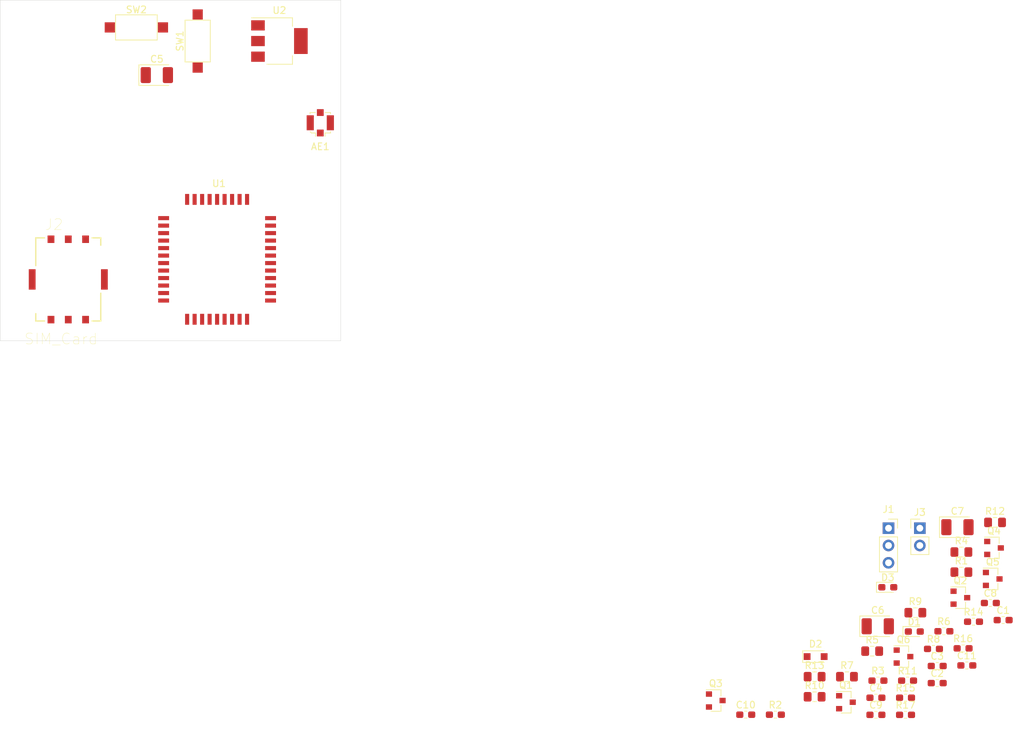
<source format=kicad_pcb>
(kicad_pcb (version 20171130) (host pcbnew "(5.1.4-0)")

  (general
    (thickness 1.6)
    (drawings 4)
    (tracks 0)
    (zones 0)
    (modules 45)
    (nets 60)
  )

  (page A4)
  (layers
    (0 F.Cu signal)
    (31 B.Cu signal)
    (32 B.Adhes user)
    (33 F.Adhes user)
    (34 B.Paste user)
    (35 F.Paste user)
    (36 B.SilkS user)
    (37 F.SilkS user)
    (38 B.Mask user)
    (39 F.Mask user)
    (40 Dwgs.User user)
    (41 Cmts.User user)
    (42 Eco1.User user)
    (43 Eco2.User user)
    (44 Edge.Cuts user)
    (45 Margin user)
    (46 B.CrtYd user)
    (47 F.CrtYd user)
    (48 B.Fab user)
    (49 F.Fab user)
  )

  (setup
    (last_trace_width 0.25)
    (trace_clearance 0.2)
    (zone_clearance 0.508)
    (zone_45_only no)
    (trace_min 0.2)
    (via_size 0.8)
    (via_drill 0.4)
    (via_min_size 0.4)
    (via_min_drill 0.3)
    (uvia_size 0.3)
    (uvia_drill 0.1)
    (uvias_allowed no)
    (uvia_min_size 0.2)
    (uvia_min_drill 0.1)
    (edge_width 0.05)
    (segment_width 0.2)
    (pcb_text_width 0.3)
    (pcb_text_size 1.5 1.5)
    (mod_edge_width 0.12)
    (mod_text_size 1 1)
    (mod_text_width 0.15)
    (pad_size 1.524 1.524)
    (pad_drill 0.762)
    (pad_to_mask_clearance 0.051)
    (solder_mask_min_width 0.25)
    (aux_axis_origin 0 0)
    (visible_elements FFFFFF7F)
    (pcbplotparams
      (layerselection 0x010fc_ffffffff)
      (usegerberextensions false)
      (usegerberattributes false)
      (usegerberadvancedattributes false)
      (creategerberjobfile false)
      (excludeedgelayer true)
      (linewidth 0.100000)
      (plotframeref false)
      (viasonmask false)
      (mode 1)
      (useauxorigin false)
      (hpglpennumber 1)
      (hpglpenspeed 20)
      (hpglpendiameter 15.000000)
      (psnegative false)
      (psa4output false)
      (plotreference true)
      (plotvalue true)
      (plotinvisibletext false)
      (padsonsilk false)
      (subtractmaskfromsilk false)
      (outputformat 1)
      (mirror false)
      (drillshape 1)
      (scaleselection 1)
      (outputdirectory ""))
  )

  (net 0 "")
  (net 1 "Net-(AE1-Pad1)")
  (net 2 GND)
  (net 3 PWRKEY)
  (net 4 RESET)
  (net 5 VBAT)
  (net 6 "Net-(C8-Pad2)")
  (net 7 "Net-(C9-Pad1)")
  (net 8 "Net-(C10-Pad2)")
  (net 9 SIM_VDD)
  (net 10 "Net-(D1-Pad1)")
  (net 11 "Net-(D3-Pad1)")
  (net 12 RX)
  (net 13 TX)
  (net 14 VIN)
  (net 15 "Net-(Q1-Pad1)")
  (net 16 UART1_TXD)
  (net 17 "Net-(Q2-Pad1)")
  (net 18 "Net-(Q3-Pad1)")
  (net 19 UART1_RXD)
  (net 20 "Net-(Q4-Pad1)")
  (net 21 "Net-(Q5-Pad1)")
  (net 22 "Net-(Q6-Pad1)")
  (net 23 "Net-(R1-Pad1)")
  (net 24 STATUS)
  (net 25 VDD_EXT)
  (net 26 UART_VDD)
  (net 27 "Net-(R10-Pad1)")
  (net 28 NETLIGHT)
  (net 29 SIM_DATA)
  (net 30 SIM_CLK)
  (net 31 SIM_RST)
  (net 32 "Net-(U1-Pad38)")
  (net 33 "Net-(U1-Pad37)")
  (net 34 "Net-(U1-Pad35)")
  (net 35 "Net-(U1-Pad33)")
  (net 36 "Net-(U1-Pad31)")
  (net 37 "Net-(U1-Pad30)")
  (net 38 "Net-(U1-Pad29)")
  (net 39 "Net-(U1-Pad27)")
  (net 40 "Net-(U1-Pad26)")
  (net 41 "Net-(U1-Pad25)")
  (net 42 "Net-(U1-Pad24)")
  (net 43 "Net-(U1-Pad23)")
  (net 44 "Net-(U1-Pad22)")
  (net 45 "Net-(U1-Pad21)")
  (net 46 "Net-(U1-Pad20)")
  (net 47 "Net-(U1-Pad19)")
  (net 48 "Net-(U1-Pad14)")
  (net 49 "Net-(U1-Pad13)")
  (net 50 "Net-(U1-Pad12)")
  (net 51 "Net-(U1-Pad11)")
  (net 52 "Net-(U1-Pad10)")
  (net 53 "Net-(U1-Pad9)")
  (net 54 "Net-(U1-Pad8)")
  (net 55 "Net-(U1-Pad7)")
  (net 56 "Net-(U1-Pad6)")
  (net 57 "Net-(U1-Pad5)")
  (net 58 "Net-(U1-Pad4)")
  (net 59 "Net-(U1-Pad3)")

  (net_class Default "This is the default net class."
    (clearance 0.2)
    (trace_width 0.25)
    (via_dia 0.8)
    (via_drill 0.4)
    (uvia_dia 0.3)
    (uvia_drill 0.1)
    (add_net GND)
    (add_net NETLIGHT)
    (add_net "Net-(AE1-Pad1)")
    (add_net "Net-(C10-Pad2)")
    (add_net "Net-(C8-Pad2)")
    (add_net "Net-(C9-Pad1)")
    (add_net "Net-(D1-Pad1)")
    (add_net "Net-(D3-Pad1)")
    (add_net "Net-(Q1-Pad1)")
    (add_net "Net-(Q2-Pad1)")
    (add_net "Net-(Q3-Pad1)")
    (add_net "Net-(Q4-Pad1)")
    (add_net "Net-(Q5-Pad1)")
    (add_net "Net-(Q6-Pad1)")
    (add_net "Net-(R1-Pad1)")
    (add_net "Net-(R10-Pad1)")
    (add_net "Net-(U1-Pad10)")
    (add_net "Net-(U1-Pad11)")
    (add_net "Net-(U1-Pad12)")
    (add_net "Net-(U1-Pad13)")
    (add_net "Net-(U1-Pad14)")
    (add_net "Net-(U1-Pad19)")
    (add_net "Net-(U1-Pad20)")
    (add_net "Net-(U1-Pad21)")
    (add_net "Net-(U1-Pad22)")
    (add_net "Net-(U1-Pad23)")
    (add_net "Net-(U1-Pad24)")
    (add_net "Net-(U1-Pad25)")
    (add_net "Net-(U1-Pad26)")
    (add_net "Net-(U1-Pad27)")
    (add_net "Net-(U1-Pad29)")
    (add_net "Net-(U1-Pad3)")
    (add_net "Net-(U1-Pad30)")
    (add_net "Net-(U1-Pad31)")
    (add_net "Net-(U1-Pad33)")
    (add_net "Net-(U1-Pad35)")
    (add_net "Net-(U1-Pad37)")
    (add_net "Net-(U1-Pad38)")
    (add_net "Net-(U1-Pad4)")
    (add_net "Net-(U1-Pad5)")
    (add_net "Net-(U1-Pad6)")
    (add_net "Net-(U1-Pad7)")
    (add_net "Net-(U1-Pad8)")
    (add_net "Net-(U1-Pad9)")
    (add_net PWRKEY)
    (add_net RESET)
    (add_net RX)
    (add_net SIM_CLK)
    (add_net SIM_DATA)
    (add_net SIM_RST)
    (add_net SIM_VDD)
    (add_net STATUS)
    (add_net TX)
    (add_net UART1_RXD)
    (add_net UART1_TXD)
    (add_net UART_VDD)
    (add_net VBAT)
    (add_net VDD_EXT)
    (add_net VIN)
  )

  (module Package_TO_SOT_SMD:SOT-223-3_TabPin2 (layer F.Cu) (tedit 5A02FF57) (tstamp 5D90901D)
    (at 71 26)
    (descr "module CMS SOT223 4 pins")
    (tags "CMS SOT")
    (path /5D982B68)
    (attr smd)
    (fp_text reference U2 (at 0 -4.5) (layer F.SilkS)
      (effects (font (size 1 1) (thickness 0.15)))
    )
    (fp_text value AMS1117-3.3 (at 0 4.5) (layer F.Fab)
      (effects (font (size 1 1) (thickness 0.15)))
    )
    (fp_line (start 1.85 -3.35) (end 1.85 3.35) (layer F.Fab) (width 0.1))
    (fp_line (start -1.85 3.35) (end 1.85 3.35) (layer F.Fab) (width 0.1))
    (fp_line (start -4.1 -3.41) (end 1.91 -3.41) (layer F.SilkS) (width 0.12))
    (fp_line (start -0.85 -3.35) (end 1.85 -3.35) (layer F.Fab) (width 0.1))
    (fp_line (start -1.85 3.41) (end 1.91 3.41) (layer F.SilkS) (width 0.12))
    (fp_line (start -1.85 -2.35) (end -1.85 3.35) (layer F.Fab) (width 0.1))
    (fp_line (start -1.85 -2.35) (end -0.85 -3.35) (layer F.Fab) (width 0.1))
    (fp_line (start -4.4 -3.6) (end -4.4 3.6) (layer F.CrtYd) (width 0.05))
    (fp_line (start -4.4 3.6) (end 4.4 3.6) (layer F.CrtYd) (width 0.05))
    (fp_line (start 4.4 3.6) (end 4.4 -3.6) (layer F.CrtYd) (width 0.05))
    (fp_line (start 4.4 -3.6) (end -4.4 -3.6) (layer F.CrtYd) (width 0.05))
    (fp_line (start 1.91 -3.41) (end 1.91 -2.15) (layer F.SilkS) (width 0.12))
    (fp_line (start 1.91 3.41) (end 1.91 2.15) (layer F.SilkS) (width 0.12))
    (fp_text user %R (at 0 0 90) (layer F.Fab)
      (effects (font (size 0.8 0.8) (thickness 0.12)))
    )
    (pad 1 smd rect (at -3.15 -2.3) (size 2 1.5) (layers F.Cu F.Paste F.Mask)
      (net 2 GND))
    (pad 3 smd rect (at -3.15 2.3) (size 2 1.5) (layers F.Cu F.Paste F.Mask)
      (net 14 VIN))
    (pad 2 smd rect (at -3.15 0) (size 2 1.5) (layers F.Cu F.Paste F.Mask)
      (net 5 VBAT))
    (pad 2 smd rect (at 3.15 0) (size 2 3.8) (layers F.Cu F.Paste F.Mask)
      (net 5 VBAT))
    (model ${KISYS3DMOD}/Package_TO_SOT_SMD.3dshapes/SOT-223.wrl
      (at (xyz 0 0 0))
      (scale (xyz 1 1 1))
      (rotate (xyz 0 0 0))
    )
  )

  (module SIM:SIM7020E (layer F.Cu) (tedit 5C2002B7) (tstamp 5D90658B)
    (at 54 52)
    (path /5D8F6A0E)
    (fp_text reference U1 (at 8.128 -5.08) (layer F.SilkS)
      (effects (font (size 1 1) (thickness 0.15)))
    )
    (fp_text value SIM7020E (at -4.4 -5.5) (layer F.Fab)
      (effects (font (size 1 1) (thickness 0.15)))
    )
    (fp_line (start 14.732 -1.524) (end 1.016 -1.524) (layer F.CrtYd) (width 0.15))
    (fp_line (start 14.732 13.716) (end 14.732 -1.524) (layer F.CrtYd) (width 0.15))
    (fp_line (start 1.016 13.716) (end 14.732 13.716) (layer F.CrtYd) (width 0.15))
    (fp_line (start 1.016 -1.524) (end 1.016 13.716) (layer F.CrtYd) (width 0.15))
    (pad 42 smd rect (at 3.45 -2.75) (size 0.6 1.6) (layers F.Cu F.Paste F.Mask)
      (net 24 STATUS))
    (pad 41 smd rect (at 4.55 -2.75) (size 0.6 1.6) (layers F.Cu F.Paste F.Mask)
      (net 28 NETLIGHT))
    (pad 40 smd rect (at 5.65 -2.75) (size 0.6 1.6) (layers F.Cu F.Paste F.Mask)
      (net 25 VDD_EXT))
    (pad 39 smd rect (at 6.75 -2.75) (size 0.6 1.6) (layers F.Cu F.Paste F.Mask)
      (net 3 PWRKEY))
    (pad 38 smd rect (at 7.85 -2.75) (size 0.6 1.6) (layers F.Cu F.Paste F.Mask)
      (net 32 "Net-(U1-Pad38)"))
    (pad 37 smd rect (at 8.95 -2.75) (size 0.6 1.6) (layers F.Cu F.Paste F.Mask)
      (net 33 "Net-(U1-Pad37)"))
    (pad 36 smd rect (at 10.05 -2.75) (size 0.6 1.6) (layers F.Cu F.Paste F.Mask)
      (net 2 GND))
    (pad 35 smd rect (at 11.15 -2.75) (size 0.6 1.6) (layers F.Cu F.Paste F.Mask)
      (net 34 "Net-(U1-Pad35)"))
    (pad 34 smd rect (at 12.25 -2.75) (size 0.6 1.6) (layers F.Cu F.Paste F.Mask)
      (net 5 VBAT))
    (pad 33 smd rect (at 15.7 0 90) (size 0.6 1.6) (layers F.Cu F.Paste F.Mask)
      (net 35 "Net-(U1-Pad33)"))
    (pad 32 smd rect (at 15.7 1.1 90) (size 0.6 1.6) (layers F.Cu F.Paste F.Mask)
      (net 1 "Net-(AE1-Pad1)"))
    (pad 31 smd rect (at 15.7 2.2 90) (size 0.6 1.6) (layers F.Cu F.Paste F.Mask)
      (net 36 "Net-(U1-Pad31)"))
    (pad 30 smd rect (at 15.7 3.3 90) (size 0.6 1.6) (layers F.Cu F.Paste F.Mask)
      (net 37 "Net-(U1-Pad30)"))
    (pad 29 smd rect (at 15.7 4.4 90) (size 0.6 1.6) (layers F.Cu F.Paste F.Mask)
      (net 38 "Net-(U1-Pad29)"))
    (pad 28 smd rect (at 15.7 5.5 90) (size 0.6 1.6) (layers F.Cu F.Paste F.Mask)
      (net 4 RESET))
    (pad 27 smd rect (at 15.7 6.6 90) (size 0.6 1.6) (layers F.Cu F.Paste F.Mask)
      (net 39 "Net-(U1-Pad27)"))
    (pad 26 smd rect (at 15.7 7.7 90) (size 0.6 1.6) (layers F.Cu F.Paste F.Mask)
      (net 40 "Net-(U1-Pad26)"))
    (pad 25 smd rect (at 15.7 8.8 90) (size 0.6 1.6) (layers F.Cu F.Paste F.Mask)
      (net 41 "Net-(U1-Pad25)"))
    (pad 24 smd rect (at 15.7 9.9 90) (size 0.6 1.6) (layers F.Cu F.Paste F.Mask)
      (net 42 "Net-(U1-Pad24)"))
    (pad 23 smd rect (at 15.7 11 90) (size 0.6 1.6) (layers F.Cu F.Paste F.Mask)
      (net 43 "Net-(U1-Pad23)"))
    (pad 22 smd rect (at 15.7 12.1 90) (size 0.6 1.6) (layers F.Cu F.Paste F.Mask)
      (net 44 "Net-(U1-Pad22)"))
    (pad 21 smd rect (at 12.25 14.85 180) (size 0.6 1.6) (layers F.Cu F.Paste F.Mask)
      (net 45 "Net-(U1-Pad21)"))
    (pad 20 smd rect (at 11.15 14.85 180) (size 0.6 1.6) (layers F.Cu F.Paste F.Mask)
      (net 46 "Net-(U1-Pad20)"))
    (pad 19 smd rect (at 10.05 14.85 180) (size 0.6 1.6) (layers F.Cu F.Paste F.Mask)
      (net 47 "Net-(U1-Pad19)"))
    (pad 18 smd rect (at 8.95 14.85 180) (size 0.6 1.6) (layers F.Cu F.Paste F.Mask)
      (net 9 SIM_VDD))
    (pad 17 smd rect (at 7.85 14.85 180) (size 0.6 1.6) (layers F.Cu F.Paste F.Mask)
      (net 7 "Net-(C9-Pad1)"))
    (pad 16 smd rect (at 6.75 14.85 180) (size 0.6 1.6) (layers F.Cu F.Paste F.Mask)
      (net 8 "Net-(C10-Pad2)"))
    (pad 15 smd rect (at 5.65 14.85 180) (size 0.6 1.6) (layers F.Cu F.Paste F.Mask)
      (net 6 "Net-(C8-Pad2)"))
    (pad 14 smd rect (at 4.55 14.85 180) (size 0.6 1.6) (layers F.Cu F.Paste F.Mask)
      (net 48 "Net-(U1-Pad14)"))
    (pad 13 smd rect (at 3.45 14.85 180) (size 0.6 1.6) (layers F.Cu F.Paste F.Mask)
      (net 49 "Net-(U1-Pad13)"))
    (pad 12 smd rect (at 0 12.1 90) (size 0.6 1.6) (layers F.Cu F.Paste F.Mask)
      (net 50 "Net-(U1-Pad12)"))
    (pad 11 smd rect (at 0 11 90) (size 0.6 1.6) (layers F.Cu F.Paste F.Mask)
      (net 51 "Net-(U1-Pad11)"))
    (pad 10 smd rect (at 0 9.9 90) (size 0.6 1.6) (layers F.Cu F.Paste F.Mask)
      (net 52 "Net-(U1-Pad10)"))
    (pad 9 smd rect (at 0 8.8 90) (size 0.6 1.6) (layers F.Cu F.Paste F.Mask)
      (net 53 "Net-(U1-Pad9)"))
    (pad 8 smd rect (at 0 7.7 90) (size 0.6 1.6) (layers F.Cu F.Paste F.Mask)
      (net 54 "Net-(U1-Pad8)"))
    (pad 7 smd rect (at 0 6.6 90) (size 0.6 1.6) (layers F.Cu F.Paste F.Mask)
      (net 55 "Net-(U1-Pad7)"))
    (pad 6 smd rect (at 0 5.5 90) (size 0.6 1.6) (layers F.Cu F.Paste F.Mask)
      (net 56 "Net-(U1-Pad6)"))
    (pad 5 smd rect (at 0 4.4 90) (size 0.6 1.6) (layers F.Cu F.Paste F.Mask)
      (net 57 "Net-(U1-Pad5)"))
    (pad 4 smd rect (at 0 3.3 90) (size 0.6 1.6) (layers F.Cu F.Paste F.Mask)
      (net 58 "Net-(U1-Pad4)"))
    (pad 3 smd rect (at 0 2.2 90) (size 0.6 1.6) (layers F.Cu F.Paste F.Mask)
      (net 59 "Net-(U1-Pad3)"))
    (pad 2 smd rect (at 0 1.1 90) (size 0.6 1.6) (layers F.Cu F.Paste F.Mask)
      (net 19 UART1_RXD))
    (pad 1 smd rect (at 0 0 90) (size 0.6 1.6) (layers F.Cu F.Paste F.Mask)
      (net 16 UART1_TXD))
  )

  (module Button_Switch_SMD:SW_SPST_CK_RS282G05A3 (layer F.Cu) (tedit 5A7A67D2) (tstamp 5D906559)
    (at 50 24)
    (descr https://www.mouser.com/ds/2/60/RS-282G05A-SM_RT-1159762.pdf)
    (tags "SPST button tactile switch")
    (path /5D7F38F1)
    (attr smd)
    (fp_text reference SW2 (at 0 -2.6) (layer F.SilkS)
      (effects (font (size 1 1) (thickness 0.15)))
    )
    (fp_text value SW_Push (at 0 3) (layer F.Fab)
      (effects (font (size 1 1) (thickness 0.15)))
    )
    (fp_line (start 3 -1.8) (end 3 1.8) (layer F.Fab) (width 0.1))
    (fp_line (start -3 -1.8) (end -3 1.8) (layer F.Fab) (width 0.1))
    (fp_line (start -3 -1.8) (end 3 -1.8) (layer F.Fab) (width 0.1))
    (fp_line (start -3 1.8) (end 3 1.8) (layer F.Fab) (width 0.1))
    (fp_line (start -1.5 -0.8) (end -1.5 0.8) (layer F.Fab) (width 0.1))
    (fp_line (start 1.5 -0.8) (end 1.5 0.8) (layer F.Fab) (width 0.1))
    (fp_line (start -1.5 -0.8) (end 1.5 -0.8) (layer F.Fab) (width 0.1))
    (fp_line (start -1.5 0.8) (end 1.5 0.8) (layer F.Fab) (width 0.1))
    (fp_line (start -3.06 1.85) (end -3.06 -1.85) (layer F.SilkS) (width 0.12))
    (fp_line (start 3.06 1.85) (end -3.06 1.85) (layer F.SilkS) (width 0.12))
    (fp_line (start 3.06 -1.85) (end 3.06 1.85) (layer F.SilkS) (width 0.12))
    (fp_line (start -3.06 -1.85) (end 3.06 -1.85) (layer F.SilkS) (width 0.12))
    (fp_line (start -1.75 1) (end -1.75 -1) (layer F.Fab) (width 0.1))
    (fp_line (start 1.75 1) (end -1.75 1) (layer F.Fab) (width 0.1))
    (fp_line (start 1.75 -1) (end 1.75 1) (layer F.Fab) (width 0.1))
    (fp_line (start -1.75 -1) (end 1.75 -1) (layer F.Fab) (width 0.1))
    (fp_text user %R (at 0 -2.6) (layer F.Fab)
      (effects (font (size 1 1) (thickness 0.15)))
    )
    (fp_line (start -4.9 -2.05) (end 4.9 -2.05) (layer F.CrtYd) (width 0.05))
    (fp_line (start 4.9 -2.05) (end 4.9 2.05) (layer F.CrtYd) (width 0.05))
    (fp_line (start 4.9 2.05) (end -4.9 2.05) (layer F.CrtYd) (width 0.05))
    (fp_line (start -4.9 2.05) (end -4.9 -2.05) (layer F.CrtYd) (width 0.05))
    (pad 2 smd rect (at 3.9 0) (size 1.5 1.5) (layers F.Cu F.Paste F.Mask)
      (net 27 "Net-(R10-Pad1)"))
    (pad 1 smd rect (at -3.9 0) (size 1.5 1.5) (layers F.Cu F.Paste F.Mask)
      (net 5 VBAT))
    (model ${KISYS3DMOD}/Button_Switch_SMD.3dshapes/SW_SPST_CK_RS282G05A3.wrl
      (at (xyz 0 0 0))
      (scale (xyz 1 1 1))
      (rotate (xyz 0 0 0))
    )
  )

  (module Button_Switch_SMD:SW_SPST_CK_RS282G05A3 (layer F.Cu) (tedit 5A7A67D2) (tstamp 5D90653E)
    (at 59 26 90)
    (descr https://www.mouser.com/ds/2/60/RS-282G05A-SM_RT-1159762.pdf)
    (tags "SPST button tactile switch")
    (path /5D7DD680)
    (attr smd)
    (fp_text reference SW1 (at 0 -2.6 90) (layer F.SilkS)
      (effects (font (size 1 1) (thickness 0.15)))
    )
    (fp_text value SW_Push (at 0 3 90) (layer F.Fab)
      (effects (font (size 1 1) (thickness 0.15)))
    )
    (fp_line (start 3 -1.8) (end 3 1.8) (layer F.Fab) (width 0.1))
    (fp_line (start -3 -1.8) (end -3 1.8) (layer F.Fab) (width 0.1))
    (fp_line (start -3 -1.8) (end 3 -1.8) (layer F.Fab) (width 0.1))
    (fp_line (start -3 1.8) (end 3 1.8) (layer F.Fab) (width 0.1))
    (fp_line (start -1.5 -0.8) (end -1.5 0.8) (layer F.Fab) (width 0.1))
    (fp_line (start 1.5 -0.8) (end 1.5 0.8) (layer F.Fab) (width 0.1))
    (fp_line (start -1.5 -0.8) (end 1.5 -0.8) (layer F.Fab) (width 0.1))
    (fp_line (start -1.5 0.8) (end 1.5 0.8) (layer F.Fab) (width 0.1))
    (fp_line (start -3.06 1.85) (end -3.06 -1.85) (layer F.SilkS) (width 0.12))
    (fp_line (start 3.06 1.85) (end -3.06 1.85) (layer F.SilkS) (width 0.12))
    (fp_line (start 3.06 -1.85) (end 3.06 1.85) (layer F.SilkS) (width 0.12))
    (fp_line (start -3.06 -1.85) (end 3.06 -1.85) (layer F.SilkS) (width 0.12))
    (fp_line (start -1.75 1) (end -1.75 -1) (layer F.Fab) (width 0.1))
    (fp_line (start 1.75 1) (end -1.75 1) (layer F.Fab) (width 0.1))
    (fp_line (start 1.75 -1) (end 1.75 1) (layer F.Fab) (width 0.1))
    (fp_line (start -1.75 -1) (end 1.75 -1) (layer F.Fab) (width 0.1))
    (fp_text user %R (at 0 -2.6 90) (layer F.Fab)
      (effects (font (size 1 1) (thickness 0.15)))
    )
    (fp_line (start -4.9 -2.05) (end 4.9 -2.05) (layer F.CrtYd) (width 0.05))
    (fp_line (start 4.9 -2.05) (end 4.9 2.05) (layer F.CrtYd) (width 0.05))
    (fp_line (start 4.9 2.05) (end -4.9 2.05) (layer F.CrtYd) (width 0.05))
    (fp_line (start -4.9 2.05) (end -4.9 -2.05) (layer F.CrtYd) (width 0.05))
    (pad 2 smd rect (at 3.9 0 90) (size 1.5 1.5) (layers F.Cu F.Paste F.Mask)
      (net 23 "Net-(R1-Pad1)"))
    (pad 1 smd rect (at -3.9 0 90) (size 1.5 1.5) (layers F.Cu F.Paste F.Mask)
      (net 5 VBAT))
    (model ${KISYS3DMOD}/Button_Switch_SMD.3dshapes/SW_SPST_CK_RS282G05A3.wrl
      (at (xyz 0 0 0))
      (scale (xyz 1 1 1))
      (rotate (xyz 0 0 0))
    )
  )

  (module Resistor_SMD:R_0603_1608Metric_Pad1.05x0.95mm_HandSolder (layer F.Cu) (tedit 5B301BBD) (tstamp 5D906523)
    (at 162.925001 124.925001)
    (descr "Resistor SMD 0603 (1608 Metric), square (rectangular) end terminal, IPC_7351 nominal with elongated pad for handsoldering. (Body size source: http://www.tortai-tech.com/upload/download/2011102023233369053.pdf), generated with kicad-footprint-generator")
    (tags "resistor handsolder")
    (path /5D8CEA09)
    (attr smd)
    (fp_text reference R17 (at 0 -1.43) (layer F.SilkS)
      (effects (font (size 1 1) (thickness 0.15)))
    )
    (fp_text value "22 ohm" (at 0 1.43) (layer F.Fab)
      (effects (font (size 1 1) (thickness 0.15)))
    )
    (fp_text user %R (at 0 0) (layer F.Fab)
      (effects (font (size 0.4 0.4) (thickness 0.06)))
    )
    (fp_line (start 1.65 0.73) (end -1.65 0.73) (layer F.CrtYd) (width 0.05))
    (fp_line (start 1.65 -0.73) (end 1.65 0.73) (layer F.CrtYd) (width 0.05))
    (fp_line (start -1.65 -0.73) (end 1.65 -0.73) (layer F.CrtYd) (width 0.05))
    (fp_line (start -1.65 0.73) (end -1.65 -0.73) (layer F.CrtYd) (width 0.05))
    (fp_line (start -0.171267 0.51) (end 0.171267 0.51) (layer F.SilkS) (width 0.12))
    (fp_line (start -0.171267 -0.51) (end 0.171267 -0.51) (layer F.SilkS) (width 0.12))
    (fp_line (start 0.8 0.4) (end -0.8 0.4) (layer F.Fab) (width 0.1))
    (fp_line (start 0.8 -0.4) (end 0.8 0.4) (layer F.Fab) (width 0.1))
    (fp_line (start -0.8 -0.4) (end 0.8 -0.4) (layer F.Fab) (width 0.1))
    (fp_line (start -0.8 0.4) (end -0.8 -0.4) (layer F.Fab) (width 0.1))
    (pad 2 smd roundrect (at 0.875 0) (size 1.05 0.95) (layers F.Cu F.Paste F.Mask) (roundrect_rratio 0.25)
      (net 7 "Net-(C9-Pad1)"))
    (pad 1 smd roundrect (at -0.875 0) (size 1.05 0.95) (layers F.Cu F.Paste F.Mask) (roundrect_rratio 0.25)
      (net 31 SIM_RST))
    (model ${KISYS3DMOD}/Resistor_SMD.3dshapes/R_0603_1608Metric.wrl
      (at (xyz 0 0 0))
      (scale (xyz 1 1 1))
      (rotate (xyz 0 0 0))
    )
  )

  (module Resistor_SMD:R_0603_1608Metric_Pad1.05x0.95mm_HandSolder (layer F.Cu) (tedit 5B301BBD) (tstamp 5D906512)
    (at 171.375001 115.165001)
    (descr "Resistor SMD 0603 (1608 Metric), square (rectangular) end terminal, IPC_7351 nominal with elongated pad for handsoldering. (Body size source: http://www.tortai-tech.com/upload/download/2011102023233369053.pdf), generated with kicad-footprint-generator")
    (tags "resistor handsolder")
    (path /5D8CD3E7)
    (attr smd)
    (fp_text reference R16 (at 0 -1.43) (layer F.SilkS)
      (effects (font (size 1 1) (thickness 0.15)))
    )
    (fp_text value 22ohm (at 0 1.43) (layer F.Fab)
      (effects (font (size 1 1) (thickness 0.15)))
    )
    (fp_text user %R (at 0 0) (layer F.Fab)
      (effects (font (size 0.4 0.4) (thickness 0.06)))
    )
    (fp_line (start 1.65 0.73) (end -1.65 0.73) (layer F.CrtYd) (width 0.05))
    (fp_line (start 1.65 -0.73) (end 1.65 0.73) (layer F.CrtYd) (width 0.05))
    (fp_line (start -1.65 -0.73) (end 1.65 -0.73) (layer F.CrtYd) (width 0.05))
    (fp_line (start -1.65 0.73) (end -1.65 -0.73) (layer F.CrtYd) (width 0.05))
    (fp_line (start -0.171267 0.51) (end 0.171267 0.51) (layer F.SilkS) (width 0.12))
    (fp_line (start -0.171267 -0.51) (end 0.171267 -0.51) (layer F.SilkS) (width 0.12))
    (fp_line (start 0.8 0.4) (end -0.8 0.4) (layer F.Fab) (width 0.1))
    (fp_line (start 0.8 -0.4) (end 0.8 0.4) (layer F.Fab) (width 0.1))
    (fp_line (start -0.8 -0.4) (end 0.8 -0.4) (layer F.Fab) (width 0.1))
    (fp_line (start -0.8 0.4) (end -0.8 -0.4) (layer F.Fab) (width 0.1))
    (pad 2 smd roundrect (at 0.875 0) (size 1.05 0.95) (layers F.Cu F.Paste F.Mask) (roundrect_rratio 0.25)
      (net 8 "Net-(C10-Pad2)"))
    (pad 1 smd roundrect (at -0.875 0) (size 1.05 0.95) (layers F.Cu F.Paste F.Mask) (roundrect_rratio 0.25)
      (net 30 SIM_CLK))
    (model ${KISYS3DMOD}/Resistor_SMD.3dshapes/R_0603_1608Metric.wrl
      (at (xyz 0 0 0))
      (scale (xyz 1 1 1))
      (rotate (xyz 0 0 0))
    )
  )

  (module Resistor_SMD:R_0603_1608Metric_Pad1.05x0.95mm_HandSolder (layer F.Cu) (tedit 5B301BBD) (tstamp 5D906501)
    (at 162.925001 122.415001)
    (descr "Resistor SMD 0603 (1608 Metric), square (rectangular) end terminal, IPC_7351 nominal with elongated pad for handsoldering. (Body size source: http://www.tortai-tech.com/upload/download/2011102023233369053.pdf), generated with kicad-footprint-generator")
    (tags "resistor handsolder")
    (path /5D8CF12B)
    (attr smd)
    (fp_text reference R15 (at 0 -1.43) (layer F.SilkS)
      (effects (font (size 1 1) (thickness 0.15)))
    )
    (fp_text value "22 ohm" (at 0 1.43) (layer F.Fab)
      (effects (font (size 1 1) (thickness 0.15)))
    )
    (fp_text user %R (at 0 0) (layer F.Fab)
      (effects (font (size 0.4 0.4) (thickness 0.06)))
    )
    (fp_line (start 1.65 0.73) (end -1.65 0.73) (layer F.CrtYd) (width 0.05))
    (fp_line (start 1.65 -0.73) (end 1.65 0.73) (layer F.CrtYd) (width 0.05))
    (fp_line (start -1.65 -0.73) (end 1.65 -0.73) (layer F.CrtYd) (width 0.05))
    (fp_line (start -1.65 0.73) (end -1.65 -0.73) (layer F.CrtYd) (width 0.05))
    (fp_line (start -0.171267 0.51) (end 0.171267 0.51) (layer F.SilkS) (width 0.12))
    (fp_line (start -0.171267 -0.51) (end 0.171267 -0.51) (layer F.SilkS) (width 0.12))
    (fp_line (start 0.8 0.4) (end -0.8 0.4) (layer F.Fab) (width 0.1))
    (fp_line (start 0.8 -0.4) (end 0.8 0.4) (layer F.Fab) (width 0.1))
    (fp_line (start -0.8 -0.4) (end 0.8 -0.4) (layer F.Fab) (width 0.1))
    (fp_line (start -0.8 0.4) (end -0.8 -0.4) (layer F.Fab) (width 0.1))
    (pad 2 smd roundrect (at 0.875 0) (size 1.05 0.95) (layers F.Cu F.Paste F.Mask) (roundrect_rratio 0.25)
      (net 6 "Net-(C8-Pad2)"))
    (pad 1 smd roundrect (at -0.875 0) (size 1.05 0.95) (layers F.Cu F.Paste F.Mask) (roundrect_rratio 0.25)
      (net 29 SIM_DATA))
    (model ${KISYS3DMOD}/Resistor_SMD.3dshapes/R_0603_1608Metric.wrl
      (at (xyz 0 0 0))
      (scale (xyz 1 1 1))
      (rotate (xyz 0 0 0))
    )
  )

  (module Resistor_SMD:R_0603_1608Metric_Pad1.05x0.95mm_HandSolder (layer F.Cu) (tedit 5B301BBD) (tstamp 5D9064F0)
    (at 172.905001 111.255001)
    (descr "Resistor SMD 0603 (1608 Metric), square (rectangular) end terminal, IPC_7351 nominal with elongated pad for handsoldering. (Body size source: http://www.tortai-tech.com/upload/download/2011102023233369053.pdf), generated with kicad-footprint-generator")
    (tags "resistor handsolder")
    (path /5D9795BF)
    (attr smd)
    (fp_text reference R14 (at 0 -1.43) (layer F.SilkS)
      (effects (font (size 1 1) (thickness 0.15)))
    )
    (fp_text value 47K (at 0 1.43) (layer F.Fab)
      (effects (font (size 1 1) (thickness 0.15)))
    )
    (fp_text user %R (at 0 0) (layer F.Fab)
      (effects (font (size 0.4 0.4) (thickness 0.06)))
    )
    (fp_line (start 1.65 0.73) (end -1.65 0.73) (layer F.CrtYd) (width 0.05))
    (fp_line (start 1.65 -0.73) (end 1.65 0.73) (layer F.CrtYd) (width 0.05))
    (fp_line (start -1.65 -0.73) (end 1.65 -0.73) (layer F.CrtYd) (width 0.05))
    (fp_line (start -1.65 0.73) (end -1.65 -0.73) (layer F.CrtYd) (width 0.05))
    (fp_line (start -0.171267 0.51) (end 0.171267 0.51) (layer F.SilkS) (width 0.12))
    (fp_line (start -0.171267 -0.51) (end 0.171267 -0.51) (layer F.SilkS) (width 0.12))
    (fp_line (start 0.8 0.4) (end -0.8 0.4) (layer F.Fab) (width 0.1))
    (fp_line (start 0.8 -0.4) (end 0.8 0.4) (layer F.Fab) (width 0.1))
    (fp_line (start -0.8 -0.4) (end 0.8 -0.4) (layer F.Fab) (width 0.1))
    (fp_line (start -0.8 0.4) (end -0.8 -0.4) (layer F.Fab) (width 0.1))
    (pad 2 smd roundrect (at 0.875 0) (size 1.05 0.95) (layers F.Cu F.Paste F.Mask) (roundrect_rratio 0.25)
      (net 22 "Net-(Q6-Pad1)"))
    (pad 1 smd roundrect (at -0.875 0) (size 1.05 0.95) (layers F.Cu F.Paste F.Mask) (roundrect_rratio 0.25)
      (net 2 GND))
    (model ${KISYS3DMOD}/Resistor_SMD.3dshapes/R_0603_1608Metric.wrl
      (at (xyz 0 0 0))
      (scale (xyz 1 1 1))
      (rotate (xyz 0 0 0))
    )
  )

  (module Resistor_SMD:R_0805_2012Metric_Pad1.15x1.40mm_HandSolder (layer F.Cu) (tedit 5B36C52B) (tstamp 5D9064DF)
    (at 149.575001 119.325001)
    (descr "Resistor SMD 0805 (2012 Metric), square (rectangular) end terminal, IPC_7351 nominal with elongated pad for handsoldering. (Body size source: https://docs.google.com/spreadsheets/d/1BsfQQcO9C6DZCsRaXUlFlo91Tg2WpOkGARC1WS5S8t0/edit?usp=sharing), generated with kicad-footprint-generator")
    (tags "resistor handsolder")
    (path /5D97959E)
    (attr smd)
    (fp_text reference R13 (at 0 -1.65) (layer F.SilkS)
      (effects (font (size 1 1) (thickness 0.15)))
    )
    (fp_text value 4.7K (at 0 1.65) (layer F.Fab)
      (effects (font (size 1 1) (thickness 0.15)))
    )
    (fp_text user %R (at 0 0) (layer F.Fab)
      (effects (font (size 0.5 0.5) (thickness 0.08)))
    )
    (fp_line (start 1.85 0.95) (end -1.85 0.95) (layer F.CrtYd) (width 0.05))
    (fp_line (start 1.85 -0.95) (end 1.85 0.95) (layer F.CrtYd) (width 0.05))
    (fp_line (start -1.85 -0.95) (end 1.85 -0.95) (layer F.CrtYd) (width 0.05))
    (fp_line (start -1.85 0.95) (end -1.85 -0.95) (layer F.CrtYd) (width 0.05))
    (fp_line (start -0.261252 0.71) (end 0.261252 0.71) (layer F.SilkS) (width 0.12))
    (fp_line (start -0.261252 -0.71) (end 0.261252 -0.71) (layer F.SilkS) (width 0.12))
    (fp_line (start 1 0.6) (end -1 0.6) (layer F.Fab) (width 0.1))
    (fp_line (start 1 -0.6) (end 1 0.6) (layer F.Fab) (width 0.1))
    (fp_line (start -1 -0.6) (end 1 -0.6) (layer F.Fab) (width 0.1))
    (fp_line (start -1 0.6) (end -1 -0.6) (layer F.Fab) (width 0.1))
    (pad 2 smd roundrect (at 1.025 0) (size 1.15 1.4) (layers F.Cu F.Paste F.Mask) (roundrect_rratio 0.217391)
      (net 22 "Net-(Q6-Pad1)"))
    (pad 1 smd roundrect (at -1.025 0) (size 1.15 1.4) (layers F.Cu F.Paste F.Mask) (roundrect_rratio 0.217391)
      (net 28 NETLIGHT))
    (model ${KISYS3DMOD}/Resistor_SMD.3dshapes/R_0805_2012Metric.wrl
      (at (xyz 0 0 0))
      (scale (xyz 1 1 1))
      (rotate (xyz 0 0 0))
    )
  )

  (module Resistor_SMD:R_0805_2012Metric_Pad1.15x1.40mm_HandSolder (layer F.Cu) (tedit 5B36C52B) (tstamp 5D9064CE)
    (at 176.065001 96.675001)
    (descr "Resistor SMD 0805 (2012 Metric), square (rectangular) end terminal, IPC_7351 nominal with elongated pad for handsoldering. (Body size source: https://docs.google.com/spreadsheets/d/1BsfQQcO9C6DZCsRaXUlFlo91Tg2WpOkGARC1WS5S8t0/edit?usp=sharing), generated with kicad-footprint-generator")
    (tags "resistor handsolder")
    (path /5D867537)
    (attr smd)
    (fp_text reference R12 (at 0 -1.65) (layer F.SilkS)
      (effects (font (size 1 1) (thickness 0.15)))
    )
    (fp_text value 4.7K (at 0 1.65) (layer F.Fab)
      (effects (font (size 1 1) (thickness 0.15)))
    )
    (fp_text user %R (at 0 0) (layer F.Fab)
      (effects (font (size 0.5 0.5) (thickness 0.08)))
    )
    (fp_line (start 1.85 0.95) (end -1.85 0.95) (layer F.CrtYd) (width 0.05))
    (fp_line (start 1.85 -0.95) (end 1.85 0.95) (layer F.CrtYd) (width 0.05))
    (fp_line (start -1.85 -0.95) (end 1.85 -0.95) (layer F.CrtYd) (width 0.05))
    (fp_line (start -1.85 0.95) (end -1.85 -0.95) (layer F.CrtYd) (width 0.05))
    (fp_line (start -0.261252 0.71) (end 0.261252 0.71) (layer F.SilkS) (width 0.12))
    (fp_line (start -0.261252 -0.71) (end 0.261252 -0.71) (layer F.SilkS) (width 0.12))
    (fp_line (start 1 0.6) (end -1 0.6) (layer F.Fab) (width 0.1))
    (fp_line (start 1 -0.6) (end 1 0.6) (layer F.Fab) (width 0.1))
    (fp_line (start -1 -0.6) (end 1 -0.6) (layer F.Fab) (width 0.1))
    (fp_line (start -1 0.6) (end -1 -0.6) (layer F.Fab) (width 0.1))
    (pad 2 smd roundrect (at 1.025 0) (size 1.15 1.4) (layers F.Cu F.Paste F.Mask) (roundrect_rratio 0.217391)
      (net 19 UART1_RXD))
    (pad 1 smd roundrect (at -1.025 0) (size 1.15 1.4) (layers F.Cu F.Paste F.Mask) (roundrect_rratio 0.217391)
      (net 25 VDD_EXT))
    (model ${KISYS3DMOD}/Resistor_SMD.3dshapes/R_0805_2012Metric.wrl
      (at (xyz 0 0 0))
      (scale (xyz 1 1 1))
      (rotate (xyz 0 0 0))
    )
  )

  (module Resistor_SMD:R_0603_1608Metric_Pad1.05x0.95mm_HandSolder (layer F.Cu) (tedit 5B301BBD) (tstamp 5D9064BD)
    (at 163.225001 119.905001)
    (descr "Resistor SMD 0603 (1608 Metric), square (rectangular) end terminal, IPC_7351 nominal with elongated pad for handsoldering. (Body size source: http://www.tortai-tech.com/upload/download/2011102023233369053.pdf), generated with kicad-footprint-generator")
    (tags "resistor handsolder")
    (path /5D7F38FD)
    (attr smd)
    (fp_text reference R11 (at 0 -1.43) (layer F.SilkS)
      (effects (font (size 1 1) (thickness 0.15)))
    )
    (fp_text value 47K (at 0 1.43) (layer F.Fab)
      (effects (font (size 1 1) (thickness 0.15)))
    )
    (fp_text user %R (at 0 0) (layer F.Fab)
      (effects (font (size 0.4 0.4) (thickness 0.06)))
    )
    (fp_line (start 1.65 0.73) (end -1.65 0.73) (layer F.CrtYd) (width 0.05))
    (fp_line (start 1.65 -0.73) (end 1.65 0.73) (layer F.CrtYd) (width 0.05))
    (fp_line (start -1.65 -0.73) (end 1.65 -0.73) (layer F.CrtYd) (width 0.05))
    (fp_line (start -1.65 0.73) (end -1.65 -0.73) (layer F.CrtYd) (width 0.05))
    (fp_line (start -0.171267 0.51) (end 0.171267 0.51) (layer F.SilkS) (width 0.12))
    (fp_line (start -0.171267 -0.51) (end 0.171267 -0.51) (layer F.SilkS) (width 0.12))
    (fp_line (start 0.8 0.4) (end -0.8 0.4) (layer F.Fab) (width 0.1))
    (fp_line (start 0.8 -0.4) (end 0.8 0.4) (layer F.Fab) (width 0.1))
    (fp_line (start -0.8 -0.4) (end 0.8 -0.4) (layer F.Fab) (width 0.1))
    (fp_line (start -0.8 0.4) (end -0.8 -0.4) (layer F.Fab) (width 0.1))
    (pad 2 smd roundrect (at 0.875 0) (size 1.05 0.95) (layers F.Cu F.Paste F.Mask) (roundrect_rratio 0.25)
      (net 2 GND))
    (pad 1 smd roundrect (at -0.875 0) (size 1.05 0.95) (layers F.Cu F.Paste F.Mask) (roundrect_rratio 0.25)
      (net 21 "Net-(Q5-Pad1)"))
    (model ${KISYS3DMOD}/Resistor_SMD.3dshapes/R_0603_1608Metric.wrl
      (at (xyz 0 0 0))
      (scale (xyz 1 1 1))
      (rotate (xyz 0 0 0))
    )
  )

  (module Resistor_SMD:R_0805_2012Metric_Pad1.15x1.40mm_HandSolder (layer F.Cu) (tedit 5B36C52B) (tstamp 5D9064AC)
    (at 149.575001 122.275001)
    (descr "Resistor SMD 0805 (2012 Metric), square (rectangular) end terminal, IPC_7351 nominal with elongated pad for handsoldering. (Body size source: https://docs.google.com/spreadsheets/d/1BsfQQcO9C6DZCsRaXUlFlo91Tg2WpOkGARC1WS5S8t0/edit?usp=sharing), generated with kicad-footprint-generator")
    (tags "resistor handsolder")
    (path /5D7F38EB)
    (attr smd)
    (fp_text reference R10 (at 0 -1.65) (layer F.SilkS)
      (effects (font (size 1 1) (thickness 0.15)))
    )
    (fp_text value 4.7K (at 0 1.65) (layer F.Fab)
      (effects (font (size 1 1) (thickness 0.15)))
    )
    (fp_text user %R (at 0 0) (layer F.Fab)
      (effects (font (size 0.5 0.5) (thickness 0.08)))
    )
    (fp_line (start 1.85 0.95) (end -1.85 0.95) (layer F.CrtYd) (width 0.05))
    (fp_line (start 1.85 -0.95) (end 1.85 0.95) (layer F.CrtYd) (width 0.05))
    (fp_line (start -1.85 -0.95) (end 1.85 -0.95) (layer F.CrtYd) (width 0.05))
    (fp_line (start -1.85 0.95) (end -1.85 -0.95) (layer F.CrtYd) (width 0.05))
    (fp_line (start -0.261252 0.71) (end 0.261252 0.71) (layer F.SilkS) (width 0.12))
    (fp_line (start -0.261252 -0.71) (end 0.261252 -0.71) (layer F.SilkS) (width 0.12))
    (fp_line (start 1 0.6) (end -1 0.6) (layer F.Fab) (width 0.1))
    (fp_line (start 1 -0.6) (end 1 0.6) (layer F.Fab) (width 0.1))
    (fp_line (start -1 -0.6) (end 1 -0.6) (layer F.Fab) (width 0.1))
    (fp_line (start -1 0.6) (end -1 -0.6) (layer F.Fab) (width 0.1))
    (pad 2 smd roundrect (at 1.025 0) (size 1.15 1.4) (layers F.Cu F.Paste F.Mask) (roundrect_rratio 0.217391)
      (net 21 "Net-(Q5-Pad1)"))
    (pad 1 smd roundrect (at -1.025 0) (size 1.15 1.4) (layers F.Cu F.Paste F.Mask) (roundrect_rratio 0.217391)
      (net 27 "Net-(R10-Pad1)"))
    (model ${KISYS3DMOD}/Resistor_SMD.3dshapes/R_0805_2012Metric.wrl
      (at (xyz 0 0 0))
      (scale (xyz 1 1 1))
      (rotate (xyz 0 0 0))
    )
  )

  (module Resistor_SMD:R_0805_2012Metric_Pad1.15x1.40mm_HandSolder (layer F.Cu) (tedit 5B36C52B) (tstamp 5D90649B)
    (at 164.365001 109.925001)
    (descr "Resistor SMD 0805 (2012 Metric), square (rectangular) end terminal, IPC_7351 nominal with elongated pad for handsoldering. (Body size source: https://docs.google.com/spreadsheets/d/1BsfQQcO9C6DZCsRaXUlFlo91Tg2WpOkGARC1WS5S8t0/edit?usp=sharing), generated with kicad-footprint-generator")
    (tags "resistor handsolder")
    (path /5D867531)
    (attr smd)
    (fp_text reference R9 (at 0 -1.65) (layer F.SilkS)
      (effects (font (size 1 1) (thickness 0.15)))
    )
    (fp_text value 4.7K (at 0 1.65) (layer F.Fab)
      (effects (font (size 1 1) (thickness 0.15)))
    )
    (fp_text user %R (at 0 0) (layer F.Fab)
      (effects (font (size 0.5 0.5) (thickness 0.08)))
    )
    (fp_line (start 1.85 0.95) (end -1.85 0.95) (layer F.CrtYd) (width 0.05))
    (fp_line (start 1.85 -0.95) (end 1.85 0.95) (layer F.CrtYd) (width 0.05))
    (fp_line (start -1.85 -0.95) (end 1.85 -0.95) (layer F.CrtYd) (width 0.05))
    (fp_line (start -1.85 0.95) (end -1.85 -0.95) (layer F.CrtYd) (width 0.05))
    (fp_line (start -0.261252 0.71) (end 0.261252 0.71) (layer F.SilkS) (width 0.12))
    (fp_line (start -0.261252 -0.71) (end 0.261252 -0.71) (layer F.SilkS) (width 0.12))
    (fp_line (start 1 0.6) (end -1 0.6) (layer F.Fab) (width 0.1))
    (fp_line (start 1 -0.6) (end 1 0.6) (layer F.Fab) (width 0.1))
    (fp_line (start -1 -0.6) (end 1 -0.6) (layer F.Fab) (width 0.1))
    (fp_line (start -1 0.6) (end -1 -0.6) (layer F.Fab) (width 0.1))
    (pad 2 smd roundrect (at 1.025 0) (size 1.15 1.4) (layers F.Cu F.Paste F.Mask) (roundrect_rratio 0.217391)
      (net 20 "Net-(Q4-Pad1)"))
    (pad 1 smd roundrect (at -1.025 0) (size 1.15 1.4) (layers F.Cu F.Paste F.Mask) (roundrect_rratio 0.217391)
      (net 25 VDD_EXT))
    (model ${KISYS3DMOD}/Resistor_SMD.3dshapes/R_0805_2012Metric.wrl
      (at (xyz 0 0 0))
      (scale (xyz 1 1 1))
      (rotate (xyz 0 0 0))
    )
  )

  (module Resistor_SMD:R_0603_1608Metric_Pad1.05x0.95mm_HandSolder (layer F.Cu) (tedit 5B301BBD) (tstamp 5D90648A)
    (at 167.025001 115.245001)
    (descr "Resistor SMD 0603 (1608 Metric), square (rectangular) end terminal, IPC_7351 nominal with elongated pad for handsoldering. (Body size source: http://www.tortai-tech.com/upload/download/2011102023233369053.pdf), generated with kicad-footprint-generator")
    (tags "resistor handsolder")
    (path /5D86753D)
    (attr smd)
    (fp_text reference R8 (at 0 -1.43) (layer F.SilkS)
      (effects (font (size 1 1) (thickness 0.15)))
    )
    (fp_text value 47K (at 0 1.43) (layer F.Fab)
      (effects (font (size 1 1) (thickness 0.15)))
    )
    (fp_text user %R (at 0 0) (layer F.Fab)
      (effects (font (size 0.4 0.4) (thickness 0.06)))
    )
    (fp_line (start 1.65 0.73) (end -1.65 0.73) (layer F.CrtYd) (width 0.05))
    (fp_line (start 1.65 -0.73) (end 1.65 0.73) (layer F.CrtYd) (width 0.05))
    (fp_line (start -1.65 -0.73) (end 1.65 -0.73) (layer F.CrtYd) (width 0.05))
    (fp_line (start -1.65 0.73) (end -1.65 -0.73) (layer F.CrtYd) (width 0.05))
    (fp_line (start -0.171267 0.51) (end 0.171267 0.51) (layer F.SilkS) (width 0.12))
    (fp_line (start -0.171267 -0.51) (end 0.171267 -0.51) (layer F.SilkS) (width 0.12))
    (fp_line (start 0.8 0.4) (end -0.8 0.4) (layer F.Fab) (width 0.1))
    (fp_line (start 0.8 -0.4) (end 0.8 0.4) (layer F.Fab) (width 0.1))
    (fp_line (start -0.8 -0.4) (end 0.8 -0.4) (layer F.Fab) (width 0.1))
    (fp_line (start -0.8 0.4) (end -0.8 -0.4) (layer F.Fab) (width 0.1))
    (pad 2 smd roundrect (at 0.875 0) (size 1.05 0.95) (layers F.Cu F.Paste F.Mask) (roundrect_rratio 0.25)
      (net 13 TX))
    (pad 1 smd roundrect (at -0.875 0) (size 1.05 0.95) (layers F.Cu F.Paste F.Mask) (roundrect_rratio 0.25)
      (net 26 UART_VDD))
    (model ${KISYS3DMOD}/Resistor_SMD.3dshapes/R_0603_1608Metric.wrl
      (at (xyz 0 0 0))
      (scale (xyz 1 1 1))
      (rotate (xyz 0 0 0))
    )
  )

  (module Resistor_SMD:R_0805_2012Metric_Pad1.15x1.40mm_HandSolder (layer F.Cu) (tedit 5B36C52B) (tstamp 5D906479)
    (at 154.325001 119.325001)
    (descr "Resistor SMD 0805 (2012 Metric), square (rectangular) end terminal, IPC_7351 nominal with elongated pad for handsoldering. (Body size source: https://docs.google.com/spreadsheets/d/1BsfQQcO9C6DZCsRaXUlFlo91Tg2WpOkGARC1WS5S8t0/edit?usp=sharing), generated with kicad-footprint-generator")
    (tags "resistor handsolder")
    (path /5D853FC3)
    (attr smd)
    (fp_text reference R7 (at 0 -1.65) (layer F.SilkS)
      (effects (font (size 1 1) (thickness 0.15)))
    )
    (fp_text value 4.7K (at 0 1.65) (layer F.Fab)
      (effects (font (size 1 1) (thickness 0.15)))
    )
    (fp_text user %R (at 0 0) (layer F.Fab)
      (effects (font (size 0.5 0.5) (thickness 0.08)))
    )
    (fp_line (start 1.85 0.95) (end -1.85 0.95) (layer F.CrtYd) (width 0.05))
    (fp_line (start 1.85 -0.95) (end 1.85 0.95) (layer F.CrtYd) (width 0.05))
    (fp_line (start -1.85 -0.95) (end 1.85 -0.95) (layer F.CrtYd) (width 0.05))
    (fp_line (start -1.85 0.95) (end -1.85 -0.95) (layer F.CrtYd) (width 0.05))
    (fp_line (start -0.261252 0.71) (end 0.261252 0.71) (layer F.SilkS) (width 0.12))
    (fp_line (start -0.261252 -0.71) (end 0.261252 -0.71) (layer F.SilkS) (width 0.12))
    (fp_line (start 1 0.6) (end -1 0.6) (layer F.Fab) (width 0.1))
    (fp_line (start 1 -0.6) (end 1 0.6) (layer F.Fab) (width 0.1))
    (fp_line (start -1 -0.6) (end 1 -0.6) (layer F.Fab) (width 0.1))
    (fp_line (start -1 0.6) (end -1 -0.6) (layer F.Fab) (width 0.1))
    (pad 2 smd roundrect (at 1.025 0) (size 1.15 1.4) (layers F.Cu F.Paste F.Mask) (roundrect_rratio 0.217391)
      (net 12 RX))
    (pad 1 smd roundrect (at -1.025 0) (size 1.15 1.4) (layers F.Cu F.Paste F.Mask) (roundrect_rratio 0.217391)
      (net 26 UART_VDD))
    (model ${KISYS3DMOD}/Resistor_SMD.3dshapes/R_0805_2012Metric.wrl
      (at (xyz 0 0 0))
      (scale (xyz 1 1 1))
      (rotate (xyz 0 0 0))
    )
  )

  (module Resistor_SMD:R_0603_1608Metric_Pad1.05x0.95mm_HandSolder (layer F.Cu) (tedit 5B301BBD) (tstamp 5D906468)
    (at 168.555001 112.655001)
    (descr "Resistor SMD 0603 (1608 Metric), square (rectangular) end terminal, IPC_7351 nominal with elongated pad for handsoldering. (Body size source: http://www.tortai-tech.com/upload/download/2011102023233369053.pdf), generated with kicad-footprint-generator")
    (tags "resistor handsolder")
    (path /5D82CE34)
    (attr smd)
    (fp_text reference R6 (at 0 -1.43) (layer F.SilkS)
      (effects (font (size 1 1) (thickness 0.15)))
    )
    (fp_text value 47K (at 0 1.43) (layer F.Fab)
      (effects (font (size 1 1) (thickness 0.15)))
    )
    (fp_text user %R (at 0 0) (layer F.Fab)
      (effects (font (size 0.4 0.4) (thickness 0.06)))
    )
    (fp_line (start 1.65 0.73) (end -1.65 0.73) (layer F.CrtYd) (width 0.05))
    (fp_line (start 1.65 -0.73) (end 1.65 0.73) (layer F.CrtYd) (width 0.05))
    (fp_line (start -1.65 -0.73) (end 1.65 -0.73) (layer F.CrtYd) (width 0.05))
    (fp_line (start -1.65 0.73) (end -1.65 -0.73) (layer F.CrtYd) (width 0.05))
    (fp_line (start -0.171267 0.51) (end 0.171267 0.51) (layer F.SilkS) (width 0.12))
    (fp_line (start -0.171267 -0.51) (end 0.171267 -0.51) (layer F.SilkS) (width 0.12))
    (fp_line (start 0.8 0.4) (end -0.8 0.4) (layer F.Fab) (width 0.1))
    (fp_line (start 0.8 -0.4) (end 0.8 0.4) (layer F.Fab) (width 0.1))
    (fp_line (start -0.8 -0.4) (end 0.8 -0.4) (layer F.Fab) (width 0.1))
    (fp_line (start -0.8 0.4) (end -0.8 -0.4) (layer F.Fab) (width 0.1))
    (pad 2 smd roundrect (at 0.875 0) (size 1.05 0.95) (layers F.Cu F.Paste F.Mask) (roundrect_rratio 0.25)
      (net 18 "Net-(Q3-Pad1)"))
    (pad 1 smd roundrect (at -0.875 0) (size 1.05 0.95) (layers F.Cu F.Paste F.Mask) (roundrect_rratio 0.25)
      (net 2 GND))
    (model ${KISYS3DMOD}/Resistor_SMD.3dshapes/R_0603_1608Metric.wrl
      (at (xyz 0 0 0))
      (scale (xyz 1 1 1))
      (rotate (xyz 0 0 0))
    )
  )

  (module Resistor_SMD:R_0805_2012Metric_Pad1.15x1.40mm_HandSolder (layer F.Cu) (tedit 5B36C52B) (tstamp 5D906457)
    (at 158.025001 115.575001)
    (descr "Resistor SMD 0805 (2012 Metric), square (rectangular) end terminal, IPC_7351 nominal with elongated pad for handsoldering. (Body size source: https://docs.google.com/spreadsheets/d/1BsfQQcO9C6DZCsRaXUlFlo91Tg2WpOkGARC1WS5S8t0/edit?usp=sharing), generated with kicad-footprint-generator")
    (tags "resistor handsolder")
    (path /5D853968)
    (attr smd)
    (fp_text reference R5 (at 0 -1.65) (layer F.SilkS)
      (effects (font (size 1 1) (thickness 0.15)))
    )
    (fp_text value 4.7K (at 0 1.65) (layer F.Fab)
      (effects (font (size 1 1) (thickness 0.15)))
    )
    (fp_text user %R (at 0 0) (layer F.Fab)
      (effects (font (size 0.5 0.5) (thickness 0.08)))
    )
    (fp_line (start 1.85 0.95) (end -1.85 0.95) (layer F.CrtYd) (width 0.05))
    (fp_line (start 1.85 -0.95) (end 1.85 0.95) (layer F.CrtYd) (width 0.05))
    (fp_line (start -1.85 -0.95) (end 1.85 -0.95) (layer F.CrtYd) (width 0.05))
    (fp_line (start -1.85 0.95) (end -1.85 -0.95) (layer F.CrtYd) (width 0.05))
    (fp_line (start -0.261252 0.71) (end 0.261252 0.71) (layer F.SilkS) (width 0.12))
    (fp_line (start -0.261252 -0.71) (end 0.261252 -0.71) (layer F.SilkS) (width 0.12))
    (fp_line (start 1 0.6) (end -1 0.6) (layer F.Fab) (width 0.1))
    (fp_line (start 1 -0.6) (end 1 0.6) (layer F.Fab) (width 0.1))
    (fp_line (start -1 -0.6) (end 1 -0.6) (layer F.Fab) (width 0.1))
    (fp_line (start -1 0.6) (end -1 -0.6) (layer F.Fab) (width 0.1))
    (pad 2 smd roundrect (at 1.025 0) (size 1.15 1.4) (layers F.Cu F.Paste F.Mask) (roundrect_rratio 0.217391)
      (net 17 "Net-(Q2-Pad1)"))
    (pad 1 smd roundrect (at -1.025 0) (size 1.15 1.4) (layers F.Cu F.Paste F.Mask) (roundrect_rratio 0.217391)
      (net 25 VDD_EXT))
    (model ${KISYS3DMOD}/Resistor_SMD.3dshapes/R_0805_2012Metric.wrl
      (at (xyz 0 0 0))
      (scale (xyz 1 1 1))
      (rotate (xyz 0 0 0))
    )
  )

  (module Resistor_SMD:R_0805_2012Metric_Pad1.15x1.40mm_HandSolder (layer F.Cu) (tedit 5B36C52B) (tstamp 5D906446)
    (at 171.125001 101.025001)
    (descr "Resistor SMD 0805 (2012 Metric), square (rectangular) end terminal, IPC_7351 nominal with elongated pad for handsoldering. (Body size source: https://docs.google.com/spreadsheets/d/1BsfQQcO9C6DZCsRaXUlFlo91Tg2WpOkGARC1WS5S8t0/edit?usp=sharing), generated with kicad-footprint-generator")
    (tags "resistor handsolder")
    (path /5D81FD6B)
    (attr smd)
    (fp_text reference R4 (at 0 -1.65) (layer F.SilkS)
      (effects (font (size 1 1) (thickness 0.15)))
    )
    (fp_text value 4.7K (at 0 1.65) (layer F.Fab)
      (effects (font (size 1 1) (thickness 0.15)))
    )
    (fp_text user %R (at 0 0) (layer F.Fab)
      (effects (font (size 0.5 0.5) (thickness 0.08)))
    )
    (fp_line (start 1.85 0.95) (end -1.85 0.95) (layer F.CrtYd) (width 0.05))
    (fp_line (start 1.85 -0.95) (end 1.85 0.95) (layer F.CrtYd) (width 0.05))
    (fp_line (start -1.85 -0.95) (end 1.85 -0.95) (layer F.CrtYd) (width 0.05))
    (fp_line (start -1.85 0.95) (end -1.85 -0.95) (layer F.CrtYd) (width 0.05))
    (fp_line (start -0.261252 0.71) (end 0.261252 0.71) (layer F.SilkS) (width 0.12))
    (fp_line (start -0.261252 -0.71) (end 0.261252 -0.71) (layer F.SilkS) (width 0.12))
    (fp_line (start 1 0.6) (end -1 0.6) (layer F.Fab) (width 0.1))
    (fp_line (start 1 -0.6) (end 1 0.6) (layer F.Fab) (width 0.1))
    (fp_line (start -1 -0.6) (end 1 -0.6) (layer F.Fab) (width 0.1))
    (fp_line (start -1 0.6) (end -1 -0.6) (layer F.Fab) (width 0.1))
    (pad 2 smd roundrect (at 1.025 0) (size 1.15 1.4) (layers F.Cu F.Paste F.Mask) (roundrect_rratio 0.217391)
      (net 18 "Net-(Q3-Pad1)"))
    (pad 1 smd roundrect (at -1.025 0) (size 1.15 1.4) (layers F.Cu F.Paste F.Mask) (roundrect_rratio 0.217391)
      (net 24 STATUS))
    (model ${KISYS3DMOD}/Resistor_SMD.3dshapes/R_0805_2012Metric.wrl
      (at (xyz 0 0 0))
      (scale (xyz 1 1 1))
      (rotate (xyz 0 0 0))
    )
  )

  (module Resistor_SMD:R_0603_1608Metric_Pad1.05x0.95mm_HandSolder (layer F.Cu) (tedit 5B301BBD) (tstamp 5D906435)
    (at 158.875001 119.905001)
    (descr "Resistor SMD 0603 (1608 Metric), square (rectangular) end terminal, IPC_7351 nominal with elongated pad for handsoldering. (Body size source: http://www.tortai-tech.com/upload/download/2011102023233369053.pdf), generated with kicad-footprint-generator")
    (tags "resistor handsolder")
    (path /5D854A61)
    (attr smd)
    (fp_text reference R3 (at 0 -1.43) (layer F.SilkS)
      (effects (font (size 1 1) (thickness 0.15)))
    )
    (fp_text value 47K (at 0 1.43) (layer F.Fab)
      (effects (font (size 1 1) (thickness 0.15)))
    )
    (fp_text user %R (at 0 0) (layer F.Fab)
      (effects (font (size 0.4 0.4) (thickness 0.06)))
    )
    (fp_line (start 1.65 0.73) (end -1.65 0.73) (layer F.CrtYd) (width 0.05))
    (fp_line (start 1.65 -0.73) (end 1.65 0.73) (layer F.CrtYd) (width 0.05))
    (fp_line (start -1.65 -0.73) (end 1.65 -0.73) (layer F.CrtYd) (width 0.05))
    (fp_line (start -1.65 0.73) (end -1.65 -0.73) (layer F.CrtYd) (width 0.05))
    (fp_line (start -0.171267 0.51) (end 0.171267 0.51) (layer F.SilkS) (width 0.12))
    (fp_line (start -0.171267 -0.51) (end 0.171267 -0.51) (layer F.SilkS) (width 0.12))
    (fp_line (start 0.8 0.4) (end -0.8 0.4) (layer F.Fab) (width 0.1))
    (fp_line (start 0.8 -0.4) (end 0.8 0.4) (layer F.Fab) (width 0.1))
    (fp_line (start -0.8 -0.4) (end 0.8 -0.4) (layer F.Fab) (width 0.1))
    (fp_line (start -0.8 0.4) (end -0.8 -0.4) (layer F.Fab) (width 0.1))
    (pad 2 smd roundrect (at 0.875 0) (size 1.05 0.95) (layers F.Cu F.Paste F.Mask) (roundrect_rratio 0.25)
      (net 16 UART1_TXD))
    (pad 1 smd roundrect (at -0.875 0) (size 1.05 0.95) (layers F.Cu F.Paste F.Mask) (roundrect_rratio 0.25)
      (net 17 "Net-(Q2-Pad1)"))
    (model ${KISYS3DMOD}/Resistor_SMD.3dshapes/R_0603_1608Metric.wrl
      (at (xyz 0 0 0))
      (scale (xyz 1 1 1))
      (rotate (xyz 0 0 0))
    )
  )

  (module Resistor_SMD:R_0603_1608Metric_Pad1.05x0.95mm_HandSolder (layer F.Cu) (tedit 5B301BBD) (tstamp 5D906424)
    (at 143.815001 124.905001)
    (descr "Resistor SMD 0603 (1608 Metric), square (rectangular) end terminal, IPC_7351 nominal with elongated pad for handsoldering. (Body size source: http://www.tortai-tech.com/upload/download/2011102023233369053.pdf), generated with kicad-footprint-generator")
    (tags "resistor handsolder")
    (path /5D7DEE75)
    (attr smd)
    (fp_text reference R2 (at 0 -1.43) (layer F.SilkS)
      (effects (font (size 1 1) (thickness 0.15)))
    )
    (fp_text value 47K (at 0 1.43) (layer F.Fab)
      (effects (font (size 1 1) (thickness 0.15)))
    )
    (fp_text user %R (at 0 0) (layer F.Fab)
      (effects (font (size 0.4 0.4) (thickness 0.06)))
    )
    (fp_line (start 1.65 0.73) (end -1.65 0.73) (layer F.CrtYd) (width 0.05))
    (fp_line (start 1.65 -0.73) (end 1.65 0.73) (layer F.CrtYd) (width 0.05))
    (fp_line (start -1.65 -0.73) (end 1.65 -0.73) (layer F.CrtYd) (width 0.05))
    (fp_line (start -1.65 0.73) (end -1.65 -0.73) (layer F.CrtYd) (width 0.05))
    (fp_line (start -0.171267 0.51) (end 0.171267 0.51) (layer F.SilkS) (width 0.12))
    (fp_line (start -0.171267 -0.51) (end 0.171267 -0.51) (layer F.SilkS) (width 0.12))
    (fp_line (start 0.8 0.4) (end -0.8 0.4) (layer F.Fab) (width 0.1))
    (fp_line (start 0.8 -0.4) (end 0.8 0.4) (layer F.Fab) (width 0.1))
    (fp_line (start -0.8 -0.4) (end 0.8 -0.4) (layer F.Fab) (width 0.1))
    (fp_line (start -0.8 0.4) (end -0.8 -0.4) (layer F.Fab) (width 0.1))
    (pad 2 smd roundrect (at 0.875 0) (size 1.05 0.95) (layers F.Cu F.Paste F.Mask) (roundrect_rratio 0.25)
      (net 2 GND))
    (pad 1 smd roundrect (at -0.875 0) (size 1.05 0.95) (layers F.Cu F.Paste F.Mask) (roundrect_rratio 0.25)
      (net 15 "Net-(Q1-Pad1)"))
    (model ${KISYS3DMOD}/Resistor_SMD.3dshapes/R_0603_1608Metric.wrl
      (at (xyz 0 0 0))
      (scale (xyz 1 1 1))
      (rotate (xyz 0 0 0))
    )
  )

  (module Resistor_SMD:R_0805_2012Metric_Pad1.15x1.40mm_HandSolder (layer F.Cu) (tedit 5B36C52B) (tstamp 5D906413)
    (at 171.125001 103.975001)
    (descr "Resistor SMD 0805 (2012 Metric), square (rectangular) end terminal, IPC_7351 nominal with elongated pad for handsoldering. (Body size source: https://docs.google.com/spreadsheets/d/1BsfQQcO9C6DZCsRaXUlFlo91Tg2WpOkGARC1WS5S8t0/edit?usp=sharing), generated with kicad-footprint-generator")
    (tags "resistor handsolder")
    (path /5D7DCB24)
    (attr smd)
    (fp_text reference R1 (at 0 -1.65) (layer F.SilkS)
      (effects (font (size 1 1) (thickness 0.15)))
    )
    (fp_text value 4.7K (at 0 1.65) (layer F.Fab)
      (effects (font (size 1 1) (thickness 0.15)))
    )
    (fp_text user %R (at 0 0) (layer F.Fab)
      (effects (font (size 0.5 0.5) (thickness 0.08)))
    )
    (fp_line (start 1.85 0.95) (end -1.85 0.95) (layer F.CrtYd) (width 0.05))
    (fp_line (start 1.85 -0.95) (end 1.85 0.95) (layer F.CrtYd) (width 0.05))
    (fp_line (start -1.85 -0.95) (end 1.85 -0.95) (layer F.CrtYd) (width 0.05))
    (fp_line (start -1.85 0.95) (end -1.85 -0.95) (layer F.CrtYd) (width 0.05))
    (fp_line (start -0.261252 0.71) (end 0.261252 0.71) (layer F.SilkS) (width 0.12))
    (fp_line (start -0.261252 -0.71) (end 0.261252 -0.71) (layer F.SilkS) (width 0.12))
    (fp_line (start 1 0.6) (end -1 0.6) (layer F.Fab) (width 0.1))
    (fp_line (start 1 -0.6) (end 1 0.6) (layer F.Fab) (width 0.1))
    (fp_line (start -1 -0.6) (end 1 -0.6) (layer F.Fab) (width 0.1))
    (fp_line (start -1 0.6) (end -1 -0.6) (layer F.Fab) (width 0.1))
    (pad 2 smd roundrect (at 1.025 0) (size 1.15 1.4) (layers F.Cu F.Paste F.Mask) (roundrect_rratio 0.217391)
      (net 15 "Net-(Q1-Pad1)"))
    (pad 1 smd roundrect (at -1.025 0) (size 1.15 1.4) (layers F.Cu F.Paste F.Mask) (roundrect_rratio 0.217391)
      (net 23 "Net-(R1-Pad1)"))
    (model ${KISYS3DMOD}/Resistor_SMD.3dshapes/R_0805_2012Metric.wrl
      (at (xyz 0 0 0))
      (scale (xyz 1 1 1))
      (rotate (xyz 0 0 0))
    )
  )

  (module Package_TO_SOT_SMD:SOT-23 (layer F.Cu) (tedit 5A02FF57) (tstamp 5D906402)
    (at 162.625001 116.375001)
    (descr "SOT-23, Standard")
    (tags SOT-23)
    (path /5D979594)
    (attr smd)
    (fp_text reference Q6 (at 0 -2.5) (layer F.SilkS)
      (effects (font (size 1 1) (thickness 0.15)))
    )
    (fp_text value Q_NPN_BCE (at 0 2.5) (layer F.Fab)
      (effects (font (size 1 1) (thickness 0.15)))
    )
    (fp_line (start 0.76 1.58) (end -0.7 1.58) (layer F.SilkS) (width 0.12))
    (fp_line (start 0.76 -1.58) (end -1.4 -1.58) (layer F.SilkS) (width 0.12))
    (fp_line (start -1.7 1.75) (end -1.7 -1.75) (layer F.CrtYd) (width 0.05))
    (fp_line (start 1.7 1.75) (end -1.7 1.75) (layer F.CrtYd) (width 0.05))
    (fp_line (start 1.7 -1.75) (end 1.7 1.75) (layer F.CrtYd) (width 0.05))
    (fp_line (start -1.7 -1.75) (end 1.7 -1.75) (layer F.CrtYd) (width 0.05))
    (fp_line (start 0.76 -1.58) (end 0.76 -0.65) (layer F.SilkS) (width 0.12))
    (fp_line (start 0.76 1.58) (end 0.76 0.65) (layer F.SilkS) (width 0.12))
    (fp_line (start -0.7 1.52) (end 0.7 1.52) (layer F.Fab) (width 0.1))
    (fp_line (start 0.7 -1.52) (end 0.7 1.52) (layer F.Fab) (width 0.1))
    (fp_line (start -0.7 -0.95) (end -0.15 -1.52) (layer F.Fab) (width 0.1))
    (fp_line (start -0.15 -1.52) (end 0.7 -1.52) (layer F.Fab) (width 0.1))
    (fp_line (start -0.7 -0.95) (end -0.7 1.5) (layer F.Fab) (width 0.1))
    (fp_text user %R (at 0 0 90) (layer F.Fab)
      (effects (font (size 0.5 0.5) (thickness 0.075)))
    )
    (pad 3 smd rect (at 1 0) (size 0.9 0.8) (layers F.Cu F.Paste F.Mask)
      (net 2 GND))
    (pad 2 smd rect (at -1 0.95) (size 0.9 0.8) (layers F.Cu F.Paste F.Mask)
      (net 11 "Net-(D3-Pad1)"))
    (pad 1 smd rect (at -1 -0.95) (size 0.9 0.8) (layers F.Cu F.Paste F.Mask)
      (net 22 "Net-(Q6-Pad1)"))
    (model ${KISYS3DMOD}/Package_TO_SOT_SMD.3dshapes/SOT-23.wrl
      (at (xyz 0 0 0))
      (scale (xyz 1 1 1))
      (rotate (xyz 0 0 0))
    )
  )

  (module Package_TO_SOT_SMD:SOT-23 (layer F.Cu) (tedit 5A02FF57) (tstamp 5D9063ED)
    (at 175.725001 104.975001)
    (descr "SOT-23, Standard")
    (tags SOT-23)
    (path /5D7F38E5)
    (attr smd)
    (fp_text reference Q5 (at 0 -2.5) (layer F.SilkS)
      (effects (font (size 1 1) (thickness 0.15)))
    )
    (fp_text value Q_NPN_BCE (at 0 2.5) (layer F.Fab)
      (effects (font (size 1 1) (thickness 0.15)))
    )
    (fp_line (start 0.76 1.58) (end -0.7 1.58) (layer F.SilkS) (width 0.12))
    (fp_line (start 0.76 -1.58) (end -1.4 -1.58) (layer F.SilkS) (width 0.12))
    (fp_line (start -1.7 1.75) (end -1.7 -1.75) (layer F.CrtYd) (width 0.05))
    (fp_line (start 1.7 1.75) (end -1.7 1.75) (layer F.CrtYd) (width 0.05))
    (fp_line (start 1.7 -1.75) (end 1.7 1.75) (layer F.CrtYd) (width 0.05))
    (fp_line (start -1.7 -1.75) (end 1.7 -1.75) (layer F.CrtYd) (width 0.05))
    (fp_line (start 0.76 -1.58) (end 0.76 -0.65) (layer F.SilkS) (width 0.12))
    (fp_line (start 0.76 1.58) (end 0.76 0.65) (layer F.SilkS) (width 0.12))
    (fp_line (start -0.7 1.52) (end 0.7 1.52) (layer F.Fab) (width 0.1))
    (fp_line (start 0.7 -1.52) (end 0.7 1.52) (layer F.Fab) (width 0.1))
    (fp_line (start -0.7 -0.95) (end -0.15 -1.52) (layer F.Fab) (width 0.1))
    (fp_line (start -0.15 -1.52) (end 0.7 -1.52) (layer F.Fab) (width 0.1))
    (fp_line (start -0.7 -0.95) (end -0.7 1.5) (layer F.Fab) (width 0.1))
    (fp_text user %R (at 0 0 90) (layer F.Fab)
      (effects (font (size 0.5 0.5) (thickness 0.075)))
    )
    (pad 3 smd rect (at 1 0) (size 0.9 0.8) (layers F.Cu F.Paste F.Mask)
      (net 2 GND))
    (pad 2 smd rect (at -1 0.95) (size 0.9 0.8) (layers F.Cu F.Paste F.Mask)
      (net 4 RESET))
    (pad 1 smd rect (at -1 -0.95) (size 0.9 0.8) (layers F.Cu F.Paste F.Mask)
      (net 21 "Net-(Q5-Pad1)"))
    (model ${KISYS3DMOD}/Package_TO_SOT_SMD.3dshapes/SOT-23.wrl
      (at (xyz 0 0 0))
      (scale (xyz 1 1 1))
      (rotate (xyz 0 0 0))
    )
  )

  (module Package_TO_SOT_SMD:SOT-23 (layer F.Cu) (tedit 5A02FF57) (tstamp 5D9063D8)
    (at 175.915001 100.425001)
    (descr "SOT-23, Standard")
    (tags SOT-23)
    (path /5D86752B)
    (attr smd)
    (fp_text reference Q4 (at 0 -2.5) (layer F.SilkS)
      (effects (font (size 1 1) (thickness 0.15)))
    )
    (fp_text value Q_NPN_BCE (at 0 2.5) (layer F.Fab)
      (effects (font (size 1 1) (thickness 0.15)))
    )
    (fp_line (start 0.76 1.58) (end -0.7 1.58) (layer F.SilkS) (width 0.12))
    (fp_line (start 0.76 -1.58) (end -1.4 -1.58) (layer F.SilkS) (width 0.12))
    (fp_line (start -1.7 1.75) (end -1.7 -1.75) (layer F.CrtYd) (width 0.05))
    (fp_line (start 1.7 1.75) (end -1.7 1.75) (layer F.CrtYd) (width 0.05))
    (fp_line (start 1.7 -1.75) (end 1.7 1.75) (layer F.CrtYd) (width 0.05))
    (fp_line (start -1.7 -1.75) (end 1.7 -1.75) (layer F.CrtYd) (width 0.05))
    (fp_line (start 0.76 -1.58) (end 0.76 -0.65) (layer F.SilkS) (width 0.12))
    (fp_line (start 0.76 1.58) (end 0.76 0.65) (layer F.SilkS) (width 0.12))
    (fp_line (start -0.7 1.52) (end 0.7 1.52) (layer F.Fab) (width 0.1))
    (fp_line (start 0.7 -1.52) (end 0.7 1.52) (layer F.Fab) (width 0.1))
    (fp_line (start -0.7 -0.95) (end -0.15 -1.52) (layer F.Fab) (width 0.1))
    (fp_line (start -0.15 -1.52) (end 0.7 -1.52) (layer F.Fab) (width 0.1))
    (fp_line (start -0.7 -0.95) (end -0.7 1.5) (layer F.Fab) (width 0.1))
    (fp_text user %R (at 0 0 90) (layer F.Fab)
      (effects (font (size 0.5 0.5) (thickness 0.075)))
    )
    (pad 3 smd rect (at 1 0) (size 0.9 0.8) (layers F.Cu F.Paste F.Mask)
      (net 13 TX))
    (pad 2 smd rect (at -1 0.95) (size 0.9 0.8) (layers F.Cu F.Paste F.Mask)
      (net 19 UART1_RXD))
    (pad 1 smd rect (at -1 -0.95) (size 0.9 0.8) (layers F.Cu F.Paste F.Mask)
      (net 20 "Net-(Q4-Pad1)"))
    (model ${KISYS3DMOD}/Package_TO_SOT_SMD.3dshapes/SOT-23.wrl
      (at (xyz 0 0 0))
      (scale (xyz 1 1 1))
      (rotate (xyz 0 0 0))
    )
  )

  (module Package_TO_SOT_SMD:SOT-23 (layer F.Cu) (tedit 5A02FF57) (tstamp 5D9063C3)
    (at 135.065001 122.825001)
    (descr "SOT-23, Standard")
    (tags SOT-23)
    (path /5D81FD65)
    (attr smd)
    (fp_text reference Q3 (at 0 -2.5) (layer F.SilkS)
      (effects (font (size 1 1) (thickness 0.15)))
    )
    (fp_text value Q_NPN_BCE (at 0 2.5) (layer F.Fab)
      (effects (font (size 1 1) (thickness 0.15)))
    )
    (fp_line (start 0.76 1.58) (end -0.7 1.58) (layer F.SilkS) (width 0.12))
    (fp_line (start 0.76 -1.58) (end -1.4 -1.58) (layer F.SilkS) (width 0.12))
    (fp_line (start -1.7 1.75) (end -1.7 -1.75) (layer F.CrtYd) (width 0.05))
    (fp_line (start 1.7 1.75) (end -1.7 1.75) (layer F.CrtYd) (width 0.05))
    (fp_line (start 1.7 -1.75) (end 1.7 1.75) (layer F.CrtYd) (width 0.05))
    (fp_line (start -1.7 -1.75) (end 1.7 -1.75) (layer F.CrtYd) (width 0.05))
    (fp_line (start 0.76 -1.58) (end 0.76 -0.65) (layer F.SilkS) (width 0.12))
    (fp_line (start 0.76 1.58) (end 0.76 0.65) (layer F.SilkS) (width 0.12))
    (fp_line (start -0.7 1.52) (end 0.7 1.52) (layer F.Fab) (width 0.1))
    (fp_line (start 0.7 -1.52) (end 0.7 1.52) (layer F.Fab) (width 0.1))
    (fp_line (start -0.7 -0.95) (end -0.15 -1.52) (layer F.Fab) (width 0.1))
    (fp_line (start -0.15 -1.52) (end 0.7 -1.52) (layer F.Fab) (width 0.1))
    (fp_line (start -0.7 -0.95) (end -0.7 1.5) (layer F.Fab) (width 0.1))
    (fp_text user %R (at 0 0 90) (layer F.Fab)
      (effects (font (size 0.5 0.5) (thickness 0.075)))
    )
    (pad 3 smd rect (at 1 0) (size 0.9 0.8) (layers F.Cu F.Paste F.Mask)
      (net 2 GND))
    (pad 2 smd rect (at -1 0.95) (size 0.9 0.8) (layers F.Cu F.Paste F.Mask)
      (net 10 "Net-(D1-Pad1)"))
    (pad 1 smd rect (at -1 -0.95) (size 0.9 0.8) (layers F.Cu F.Paste F.Mask)
      (net 18 "Net-(Q3-Pad1)"))
    (model ${KISYS3DMOD}/Package_TO_SOT_SMD.3dshapes/SOT-23.wrl
      (at (xyz 0 0 0))
      (scale (xyz 1 1 1))
      (rotate (xyz 0 0 0))
    )
  )

  (module Package_TO_SOT_SMD:SOT-23 (layer F.Cu) (tedit 5A02FF57) (tstamp 5D9063AE)
    (at 170.975001 107.725001)
    (descr "SOT-23, Standard")
    (tags SOT-23)
    (path /5D853095)
    (attr smd)
    (fp_text reference Q2 (at 0 -2.5) (layer F.SilkS)
      (effects (font (size 1 1) (thickness 0.15)))
    )
    (fp_text value Q_NPN_BCE (at 0 2.5) (layer F.Fab)
      (effects (font (size 1 1) (thickness 0.15)))
    )
    (fp_line (start 0.76 1.58) (end -0.7 1.58) (layer F.SilkS) (width 0.12))
    (fp_line (start 0.76 -1.58) (end -1.4 -1.58) (layer F.SilkS) (width 0.12))
    (fp_line (start -1.7 1.75) (end -1.7 -1.75) (layer F.CrtYd) (width 0.05))
    (fp_line (start 1.7 1.75) (end -1.7 1.75) (layer F.CrtYd) (width 0.05))
    (fp_line (start 1.7 -1.75) (end 1.7 1.75) (layer F.CrtYd) (width 0.05))
    (fp_line (start -1.7 -1.75) (end 1.7 -1.75) (layer F.CrtYd) (width 0.05))
    (fp_line (start 0.76 -1.58) (end 0.76 -0.65) (layer F.SilkS) (width 0.12))
    (fp_line (start 0.76 1.58) (end 0.76 0.65) (layer F.SilkS) (width 0.12))
    (fp_line (start -0.7 1.52) (end 0.7 1.52) (layer F.Fab) (width 0.1))
    (fp_line (start 0.7 -1.52) (end 0.7 1.52) (layer F.Fab) (width 0.1))
    (fp_line (start -0.7 -0.95) (end -0.15 -1.52) (layer F.Fab) (width 0.1))
    (fp_line (start -0.15 -1.52) (end 0.7 -1.52) (layer F.Fab) (width 0.1))
    (fp_line (start -0.7 -0.95) (end -0.7 1.5) (layer F.Fab) (width 0.1))
    (fp_text user %R (at 0 0 90) (layer F.Fab)
      (effects (font (size 0.5 0.5) (thickness 0.075)))
    )
    (pad 3 smd rect (at 1 0) (size 0.9 0.8) (layers F.Cu F.Paste F.Mask)
      (net 16 UART1_TXD))
    (pad 2 smd rect (at -1 0.95) (size 0.9 0.8) (layers F.Cu F.Paste F.Mask)
      (net 12 RX))
    (pad 1 smd rect (at -1 -0.95) (size 0.9 0.8) (layers F.Cu F.Paste F.Mask)
      (net 17 "Net-(Q2-Pad1)"))
    (model ${KISYS3DMOD}/Package_TO_SOT_SMD.3dshapes/SOT-23.wrl
      (at (xyz 0 0 0))
      (scale (xyz 1 1 1))
      (rotate (xyz 0 0 0))
    )
  )

  (module Package_TO_SOT_SMD:SOT-23 (layer F.Cu) (tedit 5A02FF57) (tstamp 5D906399)
    (at 154.175001 123.075001)
    (descr "SOT-23, Standard")
    (tags SOT-23)
    (path /5D7DC08B)
    (attr smd)
    (fp_text reference Q1 (at 0 -2.5) (layer F.SilkS)
      (effects (font (size 1 1) (thickness 0.15)))
    )
    (fp_text value Q_NPN_BCE (at 0 2.5) (layer F.Fab)
      (effects (font (size 1 1) (thickness 0.15)))
    )
    (fp_line (start 0.76 1.58) (end -0.7 1.58) (layer F.SilkS) (width 0.12))
    (fp_line (start 0.76 -1.58) (end -1.4 -1.58) (layer F.SilkS) (width 0.12))
    (fp_line (start -1.7 1.75) (end -1.7 -1.75) (layer F.CrtYd) (width 0.05))
    (fp_line (start 1.7 1.75) (end -1.7 1.75) (layer F.CrtYd) (width 0.05))
    (fp_line (start 1.7 -1.75) (end 1.7 1.75) (layer F.CrtYd) (width 0.05))
    (fp_line (start -1.7 -1.75) (end 1.7 -1.75) (layer F.CrtYd) (width 0.05))
    (fp_line (start 0.76 -1.58) (end 0.76 -0.65) (layer F.SilkS) (width 0.12))
    (fp_line (start 0.76 1.58) (end 0.76 0.65) (layer F.SilkS) (width 0.12))
    (fp_line (start -0.7 1.52) (end 0.7 1.52) (layer F.Fab) (width 0.1))
    (fp_line (start 0.7 -1.52) (end 0.7 1.52) (layer F.Fab) (width 0.1))
    (fp_line (start -0.7 -0.95) (end -0.15 -1.52) (layer F.Fab) (width 0.1))
    (fp_line (start -0.15 -1.52) (end 0.7 -1.52) (layer F.Fab) (width 0.1))
    (fp_line (start -0.7 -0.95) (end -0.7 1.5) (layer F.Fab) (width 0.1))
    (fp_text user %R (at 0 0 90) (layer F.Fab)
      (effects (font (size 0.5 0.5) (thickness 0.075)))
    )
    (pad 3 smd rect (at 1 0) (size 0.9 0.8) (layers F.Cu F.Paste F.Mask)
      (net 2 GND))
    (pad 2 smd rect (at -1 0.95) (size 0.9 0.8) (layers F.Cu F.Paste F.Mask)
      (net 3 PWRKEY))
    (pad 1 smd rect (at -1 -0.95) (size 0.9 0.8) (layers F.Cu F.Paste F.Mask)
      (net 15 "Net-(Q1-Pad1)"))
    (model ${KISYS3DMOD}/Package_TO_SOT_SMD.3dshapes/SOT-23.wrl
      (at (xyz 0 0 0))
      (scale (xyz 1 1 1))
      (rotate (xyz 0 0 0))
    )
  )

  (module Connector_PinHeader_2.54mm:PinHeader_1x02_P2.54mm_Vertical (layer F.Cu) (tedit 59FED5CC) (tstamp 5D906384)
    (at 165.025001 97.525001)
    (descr "Through hole straight pin header, 1x02, 2.54mm pitch, single row")
    (tags "Through hole pin header THT 1x02 2.54mm single row")
    (path /5D985CF5)
    (fp_text reference J3 (at 0 -2.33) (layer F.SilkS)
      (effects (font (size 1 1) (thickness 0.15)))
    )
    (fp_text value Conn_01x02 (at 0 4.87) (layer F.Fab)
      (effects (font (size 1 1) (thickness 0.15)))
    )
    (fp_text user %R (at 0 1.27 90) (layer F.Fab)
      (effects (font (size 1 1) (thickness 0.15)))
    )
    (fp_line (start 1.8 -1.8) (end -1.8 -1.8) (layer F.CrtYd) (width 0.05))
    (fp_line (start 1.8 4.35) (end 1.8 -1.8) (layer F.CrtYd) (width 0.05))
    (fp_line (start -1.8 4.35) (end 1.8 4.35) (layer F.CrtYd) (width 0.05))
    (fp_line (start -1.8 -1.8) (end -1.8 4.35) (layer F.CrtYd) (width 0.05))
    (fp_line (start -1.33 -1.33) (end 0 -1.33) (layer F.SilkS) (width 0.12))
    (fp_line (start -1.33 0) (end -1.33 -1.33) (layer F.SilkS) (width 0.12))
    (fp_line (start -1.33 1.27) (end 1.33 1.27) (layer F.SilkS) (width 0.12))
    (fp_line (start 1.33 1.27) (end 1.33 3.87) (layer F.SilkS) (width 0.12))
    (fp_line (start -1.33 1.27) (end -1.33 3.87) (layer F.SilkS) (width 0.12))
    (fp_line (start -1.33 3.87) (end 1.33 3.87) (layer F.SilkS) (width 0.12))
    (fp_line (start -1.27 -0.635) (end -0.635 -1.27) (layer F.Fab) (width 0.1))
    (fp_line (start -1.27 3.81) (end -1.27 -0.635) (layer F.Fab) (width 0.1))
    (fp_line (start 1.27 3.81) (end -1.27 3.81) (layer F.Fab) (width 0.1))
    (fp_line (start 1.27 -1.27) (end 1.27 3.81) (layer F.Fab) (width 0.1))
    (fp_line (start -0.635 -1.27) (end 1.27 -1.27) (layer F.Fab) (width 0.1))
    (pad 2 thru_hole oval (at 0 2.54) (size 1.7 1.7) (drill 1) (layers *.Cu *.Mask)
      (net 2 GND))
    (pad 1 thru_hole rect (at 0 0) (size 1.7 1.7) (drill 1) (layers *.Cu *.Mask)
      (net 14 VIN))
    (model ${KISYS3DMOD}/Connector_PinHeader_2.54mm.3dshapes/PinHeader_1x02_P2.54mm_Vertical.wrl
      (at (xyz 0 0 0))
      (scale (xyz 1 1 1))
      (rotate (xyz 0 0 0))
    )
  )

  (module Connector_Card:GCT_SIM8051-6-0-14-00-X-REVD (layer F.Cu) (tedit 0) (tstamp 5D90636E)
    (at 40 61)
    (path /5D89EB91)
    (attr smd)
    (fp_text reference J2 (at -2.08969 -8.05924) (layer F.SilkS)
      (effects (font (size 1.60283 1.60283) (thickness 0.05)))
    )
    (fp_text value SIM_Card (at -1.07182 8.73378) (layer F.SilkS)
      (effects (font (size 1.60271 1.60271) (thickness 0.05)))
    )
    (fp_poly (pts (xy 1.94 -3.7) (xy 3.14 -3.7) (xy 3.14 -4.7) (xy 1.94 -4.7)) (layer Eco1.User) (width 0.254))
    (fp_poly (pts (xy -3.575 2.7) (xy 3.575 2.7) (xy 3.575 -2.15) (xy -3.575 -2.15)) (layer Eco1.User) (width 0.254))
    (fp_poly (pts (xy -3.14 3.95) (xy -1.94 3.95) (xy -1.94 2.95) (xy -3.14 2.95)) (layer Eco1.User) (width 0.254))
    (fp_poly (pts (xy -0.6 -3.7) (xy 0.6 -3.7) (xy 0.6 -4.7) (xy -0.6 -4.7)) (layer Eco1.User) (width 0.254))
    (fp_poly (pts (xy -0.6 3.95) (xy 0.6 3.95) (xy 0.6 2.95) (xy -0.6 2.95)) (layer Eco1.User) (width 0.254))
    (fp_poly (pts (xy 1.94 3.95) (xy 3.14 3.95) (xy 3.14 2.95) (xy 1.94 2.95)) (layer Eco1.User) (width 0.254))
    (fp_poly (pts (xy -3.14 -3.7) (xy -1.94 -3.7) (xy -1.94 -4.7) (xy -3.14 -4.7)) (layer Eco1.User) (width 0.254))
    (fp_line (start -4.77 -2.02) (end -4.77 -6.1) (layer F.SilkS) (width 0.2))
    (fp_line (start 3.5 -6.1) (end 4.77 -6.1) (layer F.SilkS) (width 0.2))
    (fp_line (start 4.77 -5.02) (end 4.77 -6.1) (layer F.SilkS) (width 0.2))
    (fp_line (start 3.5 6.1) (end 4.77 6.1) (layer F.SilkS) (width 0.2))
    (fp_line (start -4.77 6.1) (end -4.77 5.02) (layer F.SilkS) (width 0.2))
    (fp_line (start -4.77 6.1) (end -3.5 6.1) (layer F.SilkS) (width 0.2))
    (fp_line (start -4.77 -6.1) (end -3.5 -6.1) (layer F.SilkS) (width 0.2))
    (fp_line (start 4.77 6.1) (end 4.77 2.02) (layer F.SilkS) (width 0.2))
    (fp_line (start -6.125 6.75) (end 6.125 6.75) (layer Eco1.User) (width 0.05))
    (fp_line (start -6.125 -6.75) (end 6.125 -6.75) (layer Eco2.User) (width 0.05))
    (fp_line (start 6.125 6.75) (end 6.125 -6.75) (layer Eco1.User) (width 0.05))
    (fp_line (start -6.125 6.75) (end -6.125 -6.75) (layer Eco1.User) (width 0.05))
    (fp_line (start -0.5 0) (end 0.5 0) (layer Eco1.User) (width 0.1))
    (fp_line (start 0 0.5) (end 0 -0.5) (layer Eco1.User) (width 0.1))
    (fp_line (start -4.77 -6.1) (end 4.77 -6.1) (layer Eco2.User) (width 0.1))
    (fp_line (start 4.77 6.1) (end 4.77 -6.1) (layer Eco2.User) (width 0.1))
    (fp_line (start -4.77 6.1) (end -4.77 -6.1) (layer Eco2.User) (width 0.1))
    (fp_line (start -4.77 6.1) (end 4.77 6.1) (layer Eco2.User) (width 0.1))
    (pad C8 smd rect (at -5.3 0) (size 1 3) (layers F.Cu F.Paste F.Mask))
    (pad C7 smd rect (at -2.54 -5.9) (size 1 1.1) (layers F.Cu F.Paste F.Mask))
    (pad C6 smd rect (at 0 -5.9) (size 1 1.1) (layers F.Cu F.Paste F.Mask))
    (pad C5 smd rect (at 2.54 -5.9) (size 1 1.1) (layers F.Cu F.Paste F.Mask))
    (pad C4 smd rect (at 5.3 0) (size 1 3) (layers F.Cu F.Paste F.Mask))
    (pad C3 smd rect (at -2.54 5.9) (size 1 1.1) (layers F.Cu F.Paste F.Mask))
    (pad C2 smd rect (at 0 5.9) (size 1 1.1) (layers F.Cu F.Paste F.Mask))
    (pad C1 smd rect (at 2.54 5.9) (size 1 1.1) (layers F.Cu F.Paste F.Mask))
  )

  (module Connector_PinSocket_2.54mm:PinSocket_1x03_P2.54mm_Vertical (layer F.Cu) (tedit 5A19A429) (tstamp 5D906349)
    (at 160.425001 97.525001)
    (descr "Through hole straight socket strip, 1x03, 2.54mm pitch, single row (from Kicad 4.0.7), script generated")
    (tags "Through hole socket strip THT 1x03 2.54mm single row")
    (path /5D987078)
    (fp_text reference J1 (at 0 -2.77) (layer F.SilkS)
      (effects (font (size 1 1) (thickness 0.15)))
    )
    (fp_text value Conn_01x03 (at 0 7.85) (layer F.Fab)
      (effects (font (size 1 1) (thickness 0.15)))
    )
    (fp_text user %R (at 0 2.54 90) (layer F.Fab)
      (effects (font (size 1 1) (thickness 0.15)))
    )
    (fp_line (start -1.8 6.85) (end -1.8 -1.8) (layer F.CrtYd) (width 0.05))
    (fp_line (start 1.75 6.85) (end -1.8 6.85) (layer F.CrtYd) (width 0.05))
    (fp_line (start 1.75 -1.8) (end 1.75 6.85) (layer F.CrtYd) (width 0.05))
    (fp_line (start -1.8 -1.8) (end 1.75 -1.8) (layer F.CrtYd) (width 0.05))
    (fp_line (start 0 -1.33) (end 1.33 -1.33) (layer F.SilkS) (width 0.12))
    (fp_line (start 1.33 -1.33) (end 1.33 0) (layer F.SilkS) (width 0.12))
    (fp_line (start 1.33 1.27) (end 1.33 6.41) (layer F.SilkS) (width 0.12))
    (fp_line (start -1.33 6.41) (end 1.33 6.41) (layer F.SilkS) (width 0.12))
    (fp_line (start -1.33 1.27) (end -1.33 6.41) (layer F.SilkS) (width 0.12))
    (fp_line (start -1.33 1.27) (end 1.33 1.27) (layer F.SilkS) (width 0.12))
    (fp_line (start -1.27 6.35) (end -1.27 -1.27) (layer F.Fab) (width 0.1))
    (fp_line (start 1.27 6.35) (end -1.27 6.35) (layer F.Fab) (width 0.1))
    (fp_line (start 1.27 -0.635) (end 1.27 6.35) (layer F.Fab) (width 0.1))
    (fp_line (start 0.635 -1.27) (end 1.27 -0.635) (layer F.Fab) (width 0.1))
    (fp_line (start -1.27 -1.27) (end 0.635 -1.27) (layer F.Fab) (width 0.1))
    (pad 3 thru_hole oval (at 0 5.08) (size 1.7 1.7) (drill 1) (layers *.Cu *.Mask)
      (net 2 GND))
    (pad 2 thru_hole oval (at 0 2.54) (size 1.7 1.7) (drill 1) (layers *.Cu *.Mask)
      (net 12 RX))
    (pad 1 thru_hole rect (at 0 0) (size 1.7 1.7) (drill 1) (layers *.Cu *.Mask)
      (net 13 TX))
    (model ${KISYS3DMOD}/Connector_PinSocket_2.54mm.3dshapes/PinSocket_1x03_P2.54mm_Vertical.wrl
      (at (xyz 0 0 0))
      (scale (xyz 1 1 1))
      (rotate (xyz 0 0 0))
    )
  )

  (module LED_SMD:LED_0603_1608Metric_Pad1.05x0.95mm_HandSolder (layer F.Cu) (tedit 5B4B45C9) (tstamp 5D906332)
    (at 160.320001 106.195001)
    (descr "LED SMD 0603 (1608 Metric), square (rectangular) end terminal, IPC_7351 nominal, (Body size source: http://www.tortai-tech.com/upload/download/2011102023233369053.pdf), generated with kicad-footprint-generator")
    (tags "LED handsolder")
    (path /5D9795B3)
    (attr smd)
    (fp_text reference D3 (at 0 -1.43) (layer F.SilkS)
      (effects (font (size 1 1) (thickness 0.15)))
    )
    (fp_text value LED (at 0 1.43) (layer F.Fab)
      (effects (font (size 1 1) (thickness 0.15)))
    )
    (fp_text user %R (at 0 0) (layer F.Fab)
      (effects (font (size 0.4 0.4) (thickness 0.06)))
    )
    (fp_line (start 1.65 0.73) (end -1.65 0.73) (layer F.CrtYd) (width 0.05))
    (fp_line (start 1.65 -0.73) (end 1.65 0.73) (layer F.CrtYd) (width 0.05))
    (fp_line (start -1.65 -0.73) (end 1.65 -0.73) (layer F.CrtYd) (width 0.05))
    (fp_line (start -1.65 0.73) (end -1.65 -0.73) (layer F.CrtYd) (width 0.05))
    (fp_line (start -1.66 0.735) (end 0.8 0.735) (layer F.SilkS) (width 0.12))
    (fp_line (start -1.66 -0.735) (end -1.66 0.735) (layer F.SilkS) (width 0.12))
    (fp_line (start 0.8 -0.735) (end -1.66 -0.735) (layer F.SilkS) (width 0.12))
    (fp_line (start 0.8 0.4) (end 0.8 -0.4) (layer F.Fab) (width 0.1))
    (fp_line (start -0.8 0.4) (end 0.8 0.4) (layer F.Fab) (width 0.1))
    (fp_line (start -0.8 -0.1) (end -0.8 0.4) (layer F.Fab) (width 0.1))
    (fp_line (start -0.5 -0.4) (end -0.8 -0.1) (layer F.Fab) (width 0.1))
    (fp_line (start 0.8 -0.4) (end -0.5 -0.4) (layer F.Fab) (width 0.1))
    (pad 2 smd roundrect (at 0.875 0) (size 1.05 0.95) (layers F.Cu F.Paste F.Mask) (roundrect_rratio 0.25)
      (net 5 VBAT))
    (pad 1 smd roundrect (at -0.875 0) (size 1.05 0.95) (layers F.Cu F.Paste F.Mask) (roundrect_rratio 0.25)
      (net 11 "Net-(D3-Pad1)"))
    (model ${KISYS3DMOD}/LED_SMD.3dshapes/LED_0603_1608Metric.wrl
      (at (xyz 0 0 0))
      (scale (xyz 1 1 1))
      (rotate (xyz 0 0 0))
    )
  )

  (module Diode_SMD:D_SOD-323_HandSoldering (layer F.Cu) (tedit 58641869) (tstamp 5D90631F)
    (at 149.725001 116.375001)
    (descr SOD-323)
    (tags SOD-323)
    (path /5D7DA1A9)
    (attr smd)
    (fp_text reference D2 (at 0 -1.85) (layer F.SilkS)
      (effects (font (size 1 1) (thickness 0.15)))
    )
    (fp_text value "5.1 V 500 mW" (at 0.1 1.9) (layer F.Fab)
      (effects (font (size 1 1) (thickness 0.15)))
    )
    (fp_line (start -1.9 -0.85) (end 1.25 -0.85) (layer F.SilkS) (width 0.12))
    (fp_line (start -1.9 0.85) (end 1.25 0.85) (layer F.SilkS) (width 0.12))
    (fp_line (start -2 -0.95) (end -2 0.95) (layer F.CrtYd) (width 0.05))
    (fp_line (start -2 0.95) (end 2 0.95) (layer F.CrtYd) (width 0.05))
    (fp_line (start 2 -0.95) (end 2 0.95) (layer F.CrtYd) (width 0.05))
    (fp_line (start -2 -0.95) (end 2 -0.95) (layer F.CrtYd) (width 0.05))
    (fp_line (start -0.9 -0.7) (end 0.9 -0.7) (layer F.Fab) (width 0.1))
    (fp_line (start 0.9 -0.7) (end 0.9 0.7) (layer F.Fab) (width 0.1))
    (fp_line (start 0.9 0.7) (end -0.9 0.7) (layer F.Fab) (width 0.1))
    (fp_line (start -0.9 0.7) (end -0.9 -0.7) (layer F.Fab) (width 0.1))
    (fp_line (start -0.3 -0.35) (end -0.3 0.35) (layer F.Fab) (width 0.1))
    (fp_line (start -0.3 0) (end -0.5 0) (layer F.Fab) (width 0.1))
    (fp_line (start -0.3 0) (end 0.2 -0.35) (layer F.Fab) (width 0.1))
    (fp_line (start 0.2 -0.35) (end 0.2 0.35) (layer F.Fab) (width 0.1))
    (fp_line (start 0.2 0.35) (end -0.3 0) (layer F.Fab) (width 0.1))
    (fp_line (start 0.2 0) (end 0.45 0) (layer F.Fab) (width 0.1))
    (fp_line (start -1.9 -0.85) (end -1.9 0.85) (layer F.SilkS) (width 0.12))
    (fp_text user %R (at 0 -1.85) (layer F.Fab)
      (effects (font (size 1 1) (thickness 0.15)))
    )
    (pad 2 smd rect (at 1.25 0) (size 1 1) (layers F.Cu F.Paste F.Mask)
      (net 2 GND))
    (pad 1 smd rect (at -1.25 0) (size 1 1) (layers F.Cu F.Paste F.Mask)
      (net 5 VBAT))
    (model ${KISYS3DMOD}/Diode_SMD.3dshapes/D_SOD-323.wrl
      (at (xyz 0 0 0))
      (scale (xyz 1 1 1))
      (rotate (xyz 0 0 0))
    )
  )

  (module LED_SMD:LED_0603_1608Metric_Pad1.05x0.95mm_HandSolder (layer F.Cu) (tedit 5B4B45C9) (tstamp 5D906307)
    (at 164.210001 112.695001)
    (descr "LED SMD 0603 (1608 Metric), square (rectangular) end terminal, IPC_7351 nominal, (Body size source: http://www.tortai-tech.com/upload/download/2011102023233369053.pdf), generated with kicad-footprint-generator")
    (tags "LED handsolder")
    (path /5D822C39)
    (attr smd)
    (fp_text reference D1 (at 0 -1.43) (layer F.SilkS)
      (effects (font (size 1 1) (thickness 0.15)))
    )
    (fp_text value LED (at 0 1.43) (layer F.Fab)
      (effects (font (size 1 1) (thickness 0.15)))
    )
    (fp_text user %R (at 0 0) (layer F.Fab)
      (effects (font (size 0.4 0.4) (thickness 0.06)))
    )
    (fp_line (start 1.65 0.73) (end -1.65 0.73) (layer F.CrtYd) (width 0.05))
    (fp_line (start 1.65 -0.73) (end 1.65 0.73) (layer F.CrtYd) (width 0.05))
    (fp_line (start -1.65 -0.73) (end 1.65 -0.73) (layer F.CrtYd) (width 0.05))
    (fp_line (start -1.65 0.73) (end -1.65 -0.73) (layer F.CrtYd) (width 0.05))
    (fp_line (start -1.66 0.735) (end 0.8 0.735) (layer F.SilkS) (width 0.12))
    (fp_line (start -1.66 -0.735) (end -1.66 0.735) (layer F.SilkS) (width 0.12))
    (fp_line (start 0.8 -0.735) (end -1.66 -0.735) (layer F.SilkS) (width 0.12))
    (fp_line (start 0.8 0.4) (end 0.8 -0.4) (layer F.Fab) (width 0.1))
    (fp_line (start -0.8 0.4) (end 0.8 0.4) (layer F.Fab) (width 0.1))
    (fp_line (start -0.8 -0.1) (end -0.8 0.4) (layer F.Fab) (width 0.1))
    (fp_line (start -0.5 -0.4) (end -0.8 -0.1) (layer F.Fab) (width 0.1))
    (fp_line (start 0.8 -0.4) (end -0.5 -0.4) (layer F.Fab) (width 0.1))
    (pad 2 smd roundrect (at 0.875 0) (size 1.05 0.95) (layers F.Cu F.Paste F.Mask) (roundrect_rratio 0.25)
      (net 5 VBAT))
    (pad 1 smd roundrect (at -0.875 0) (size 1.05 0.95) (layers F.Cu F.Paste F.Mask) (roundrect_rratio 0.25)
      (net 10 "Net-(D1-Pad1)"))
    (model ${KISYS3DMOD}/LED_SMD.3dshapes/LED_0603_1608Metric.wrl
      (at (xyz 0 0 0))
      (scale (xyz 1 1 1))
      (rotate (xyz 0 0 0))
    )
  )

  (module Capacitor_SMD:C_0603_1608Metric_Pad1.05x0.95mm_HandSolder (layer F.Cu) (tedit 5B301BBE) (tstamp 5D9062F4)
    (at 171.925001 117.675001)
    (descr "Capacitor SMD 0603 (1608 Metric), square (rectangular) end terminal, IPC_7351 nominal with elongated pad for handsoldering. (Body size source: http://www.tortai-tech.com/upload/download/2011102023233369053.pdf), generated with kicad-footprint-generator")
    (tags "capacitor handsolder")
    (path /5D9214B1)
    (attr smd)
    (fp_text reference C11 (at 0 -1.43) (layer F.SilkS)
      (effects (font (size 1 1) (thickness 0.15)))
    )
    (fp_text value 100nF (at 0 1.43) (layer F.Fab)
      (effects (font (size 1 1) (thickness 0.15)))
    )
    (fp_text user %R (at 0 0) (layer F.Fab)
      (effects (font (size 0.4 0.4) (thickness 0.06)))
    )
    (fp_line (start 1.65 0.73) (end -1.65 0.73) (layer F.CrtYd) (width 0.05))
    (fp_line (start 1.65 -0.73) (end 1.65 0.73) (layer F.CrtYd) (width 0.05))
    (fp_line (start -1.65 -0.73) (end 1.65 -0.73) (layer F.CrtYd) (width 0.05))
    (fp_line (start -1.65 0.73) (end -1.65 -0.73) (layer F.CrtYd) (width 0.05))
    (fp_line (start -0.171267 0.51) (end 0.171267 0.51) (layer F.SilkS) (width 0.12))
    (fp_line (start -0.171267 -0.51) (end 0.171267 -0.51) (layer F.SilkS) (width 0.12))
    (fp_line (start 0.8 0.4) (end -0.8 0.4) (layer F.Fab) (width 0.1))
    (fp_line (start 0.8 -0.4) (end 0.8 0.4) (layer F.Fab) (width 0.1))
    (fp_line (start -0.8 -0.4) (end 0.8 -0.4) (layer F.Fab) (width 0.1))
    (fp_line (start -0.8 0.4) (end -0.8 -0.4) (layer F.Fab) (width 0.1))
    (pad 2 smd roundrect (at 0.875 0) (size 1.05 0.95) (layers F.Cu F.Paste F.Mask) (roundrect_rratio 0.25)
      (net 9 SIM_VDD))
    (pad 1 smd roundrect (at -0.875 0) (size 1.05 0.95) (layers F.Cu F.Paste F.Mask) (roundrect_rratio 0.25)
      (net 2 GND))
    (model ${KISYS3DMOD}/Capacitor_SMD.3dshapes/C_0603_1608Metric.wrl
      (at (xyz 0 0 0))
      (scale (xyz 1 1 1))
      (rotate (xyz 0 0 0))
    )
  )

  (module Capacitor_SMD:C_0603_1608Metric_Pad1.05x0.95mm_HandSolder (layer F.Cu) (tedit 5B301BBE) (tstamp 5D9062E3)
    (at 139.465001 124.905001)
    (descr "Capacitor SMD 0603 (1608 Metric), square (rectangular) end terminal, IPC_7351 nominal with elongated pad for handsoldering. (Body size source: http://www.tortai-tech.com/upload/download/2011102023233369053.pdf), generated with kicad-footprint-generator")
    (tags "capacitor handsolder")
    (path /5D938262)
    (attr smd)
    (fp_text reference C10 (at 0 -1.43) (layer F.SilkS)
      (effects (font (size 1 1) (thickness 0.15)))
    )
    (fp_text value 22pF (at 0 1.43) (layer F.Fab)
      (effects (font (size 1 1) (thickness 0.15)))
    )
    (fp_text user %R (at 0 0) (layer F.Fab)
      (effects (font (size 0.4 0.4) (thickness 0.06)))
    )
    (fp_line (start 1.65 0.73) (end -1.65 0.73) (layer F.CrtYd) (width 0.05))
    (fp_line (start 1.65 -0.73) (end 1.65 0.73) (layer F.CrtYd) (width 0.05))
    (fp_line (start -1.65 -0.73) (end 1.65 -0.73) (layer F.CrtYd) (width 0.05))
    (fp_line (start -1.65 0.73) (end -1.65 -0.73) (layer F.CrtYd) (width 0.05))
    (fp_line (start -0.171267 0.51) (end 0.171267 0.51) (layer F.SilkS) (width 0.12))
    (fp_line (start -0.171267 -0.51) (end 0.171267 -0.51) (layer F.SilkS) (width 0.12))
    (fp_line (start 0.8 0.4) (end -0.8 0.4) (layer F.Fab) (width 0.1))
    (fp_line (start 0.8 -0.4) (end 0.8 0.4) (layer F.Fab) (width 0.1))
    (fp_line (start -0.8 -0.4) (end 0.8 -0.4) (layer F.Fab) (width 0.1))
    (fp_line (start -0.8 0.4) (end -0.8 -0.4) (layer F.Fab) (width 0.1))
    (pad 2 smd roundrect (at 0.875 0) (size 1.05 0.95) (layers F.Cu F.Paste F.Mask) (roundrect_rratio 0.25)
      (net 8 "Net-(C10-Pad2)"))
    (pad 1 smd roundrect (at -0.875 0) (size 1.05 0.95) (layers F.Cu F.Paste F.Mask) (roundrect_rratio 0.25)
      (net 2 GND))
    (model ${KISYS3DMOD}/Capacitor_SMD.3dshapes/C_0603_1608Metric.wrl
      (at (xyz 0 0 0))
      (scale (xyz 1 1 1))
      (rotate (xyz 0 0 0))
    )
  )

  (module Capacitor_SMD:C_0603_1608Metric_Pad1.05x0.95mm_HandSolder (layer F.Cu) (tedit 5B301BBE) (tstamp 5D9062D2)
    (at 158.575001 124.925001)
    (descr "Capacitor SMD 0603 (1608 Metric), square (rectangular) end terminal, IPC_7351 nominal with elongated pad for handsoldering. (Body size source: http://www.tortai-tech.com/upload/download/2011102023233369053.pdf), generated with kicad-footprint-generator")
    (tags "capacitor handsolder")
    (path /5D94A7C6)
    (attr smd)
    (fp_text reference C9 (at 0 -1.43) (layer F.SilkS)
      (effects (font (size 1 1) (thickness 0.15)))
    )
    (fp_text value 22pF (at 0 1.43) (layer F.Fab)
      (effects (font (size 1 1) (thickness 0.15)))
    )
    (fp_text user %R (at 0 0) (layer F.Fab)
      (effects (font (size 0.4 0.4) (thickness 0.06)))
    )
    (fp_line (start 1.65 0.73) (end -1.65 0.73) (layer F.CrtYd) (width 0.05))
    (fp_line (start 1.65 -0.73) (end 1.65 0.73) (layer F.CrtYd) (width 0.05))
    (fp_line (start -1.65 -0.73) (end 1.65 -0.73) (layer F.CrtYd) (width 0.05))
    (fp_line (start -1.65 0.73) (end -1.65 -0.73) (layer F.CrtYd) (width 0.05))
    (fp_line (start -0.171267 0.51) (end 0.171267 0.51) (layer F.SilkS) (width 0.12))
    (fp_line (start -0.171267 -0.51) (end 0.171267 -0.51) (layer F.SilkS) (width 0.12))
    (fp_line (start 0.8 0.4) (end -0.8 0.4) (layer F.Fab) (width 0.1))
    (fp_line (start 0.8 -0.4) (end 0.8 0.4) (layer F.Fab) (width 0.1))
    (fp_line (start -0.8 -0.4) (end 0.8 -0.4) (layer F.Fab) (width 0.1))
    (fp_line (start -0.8 0.4) (end -0.8 -0.4) (layer F.Fab) (width 0.1))
    (pad 2 smd roundrect (at 0.875 0) (size 1.05 0.95) (layers F.Cu F.Paste F.Mask) (roundrect_rratio 0.25)
      (net 2 GND))
    (pad 1 smd roundrect (at -0.875 0) (size 1.05 0.95) (layers F.Cu F.Paste F.Mask) (roundrect_rratio 0.25)
      (net 7 "Net-(C9-Pad1)"))
    (model ${KISYS3DMOD}/Capacitor_SMD.3dshapes/C_0603_1608Metric.wrl
      (at (xyz 0 0 0))
      (scale (xyz 1 1 1))
      (rotate (xyz 0 0 0))
    )
  )

  (module Capacitor_SMD:C_0603_1608Metric_Pad1.05x0.95mm_HandSolder (layer F.Cu) (tedit 5B301BBE) (tstamp 5D9062C1)
    (at 175.375001 108.505001)
    (descr "Capacitor SMD 0603 (1608 Metric), square (rectangular) end terminal, IPC_7351 nominal with elongated pad for handsoldering. (Body size source: http://www.tortai-tech.com/upload/download/2011102023233369053.pdf), generated with kicad-footprint-generator")
    (tags "capacitor handsolder")
    (path /5D921E5F)
    (attr smd)
    (fp_text reference C8 (at 0 -1.43) (layer F.SilkS)
      (effects (font (size 1 1) (thickness 0.15)))
    )
    (fp_text value 22pF (at 0 1.43) (layer F.Fab)
      (effects (font (size 1 1) (thickness 0.15)))
    )
    (fp_text user %R (at 0 0) (layer F.Fab)
      (effects (font (size 0.4 0.4) (thickness 0.06)))
    )
    (fp_line (start 1.65 0.73) (end -1.65 0.73) (layer F.CrtYd) (width 0.05))
    (fp_line (start 1.65 -0.73) (end 1.65 0.73) (layer F.CrtYd) (width 0.05))
    (fp_line (start -1.65 -0.73) (end 1.65 -0.73) (layer F.CrtYd) (width 0.05))
    (fp_line (start -1.65 0.73) (end -1.65 -0.73) (layer F.CrtYd) (width 0.05))
    (fp_line (start -0.171267 0.51) (end 0.171267 0.51) (layer F.SilkS) (width 0.12))
    (fp_line (start -0.171267 -0.51) (end 0.171267 -0.51) (layer F.SilkS) (width 0.12))
    (fp_line (start 0.8 0.4) (end -0.8 0.4) (layer F.Fab) (width 0.1))
    (fp_line (start 0.8 -0.4) (end 0.8 0.4) (layer F.Fab) (width 0.1))
    (fp_line (start -0.8 -0.4) (end 0.8 -0.4) (layer F.Fab) (width 0.1))
    (fp_line (start -0.8 0.4) (end -0.8 -0.4) (layer F.Fab) (width 0.1))
    (pad 2 smd roundrect (at 0.875 0) (size 1.05 0.95) (layers F.Cu F.Paste F.Mask) (roundrect_rratio 0.25)
      (net 6 "Net-(C8-Pad2)"))
    (pad 1 smd roundrect (at -0.875 0) (size 1.05 0.95) (layers F.Cu F.Paste F.Mask) (roundrect_rratio 0.25)
      (net 2 GND))
    (model ${KISYS3DMOD}/Capacitor_SMD.3dshapes/C_0603_1608Metric.wrl
      (at (xyz 0 0 0))
      (scale (xyz 1 1 1))
      (rotate (xyz 0 0 0))
    )
  )

  (module Capacitor_Tantalum_SMD:CP_EIA-3528-21_Kemet-B_Pad1.50x2.35mm_HandSolder (layer F.Cu) (tedit 5B342532) (tstamp 5D9062B0)
    (at 170.545001 97.375001)
    (descr "Tantalum Capacitor SMD Kemet-B (3528-21 Metric), IPC_7351 nominal, (Body size from: http://www.kemet.com/Lists/ProductCatalog/Attachments/253/KEM_TC101_STD.pdf), generated with kicad-footprint-generator")
    (tags "capacitor tantalum")
    (path /5D7B8C01)
    (attr smd)
    (fp_text reference C7 (at 0 -2.35) (layer F.SilkS)
      (effects (font (size 1 1) (thickness 0.15)))
    )
    (fp_text value 100uF (at 0 2.35) (layer F.Fab)
      (effects (font (size 1 1) (thickness 0.15)))
    )
    (fp_text user %R (at 0 0) (layer F.Fab)
      (effects (font (size 0.88 0.88) (thickness 0.13)))
    )
    (fp_line (start 2.62 1.65) (end -2.62 1.65) (layer F.CrtYd) (width 0.05))
    (fp_line (start 2.62 -1.65) (end 2.62 1.65) (layer F.CrtYd) (width 0.05))
    (fp_line (start -2.62 -1.65) (end 2.62 -1.65) (layer F.CrtYd) (width 0.05))
    (fp_line (start -2.62 1.65) (end -2.62 -1.65) (layer F.CrtYd) (width 0.05))
    (fp_line (start -2.635 1.51) (end 1.75 1.51) (layer F.SilkS) (width 0.12))
    (fp_line (start -2.635 -1.51) (end -2.635 1.51) (layer F.SilkS) (width 0.12))
    (fp_line (start 1.75 -1.51) (end -2.635 -1.51) (layer F.SilkS) (width 0.12))
    (fp_line (start 1.75 1.4) (end 1.75 -1.4) (layer F.Fab) (width 0.1))
    (fp_line (start -1.75 1.4) (end 1.75 1.4) (layer F.Fab) (width 0.1))
    (fp_line (start -1.75 -0.7) (end -1.75 1.4) (layer F.Fab) (width 0.1))
    (fp_line (start -1.05 -1.4) (end -1.75 -0.7) (layer F.Fab) (width 0.1))
    (fp_line (start 1.75 -1.4) (end -1.05 -1.4) (layer F.Fab) (width 0.1))
    (pad 2 smd roundrect (at 1.625 0) (size 1.5 2.35) (layers F.Cu F.Paste F.Mask) (roundrect_rratio 0.166667)
      (net 2 GND))
    (pad 1 smd roundrect (at -1.625 0) (size 1.5 2.35) (layers F.Cu F.Paste F.Mask) (roundrect_rratio 0.166667)
      (net 5 VBAT))
    (model ${KISYS3DMOD}/Capacitor_Tantalum_SMD.3dshapes/CP_EIA-3528-21_Kemet-B.wrl
      (at (xyz 0 0 0))
      (scale (xyz 1 1 1))
      (rotate (xyz 0 0 0))
    )
  )

  (module Capacitor_Tantalum_SMD:CP_EIA-3528-21_Kemet-B_Pad1.50x2.35mm_HandSolder (layer F.Cu) (tedit 5B342532) (tstamp 5D90629D)
    (at 158.845001 111.925001)
    (descr "Tantalum Capacitor SMD Kemet-B (3528-21 Metric), IPC_7351 nominal, (Body size from: http://www.kemet.com/Lists/ProductCatalog/Attachments/253/KEM_TC101_STD.pdf), generated with kicad-footprint-generator")
    (tags "capacitor tantalum")
    (path /5D7B8AB6)
    (attr smd)
    (fp_text reference C6 (at 0 -2.35) (layer F.SilkS)
      (effects (font (size 1 1) (thickness 0.15)))
    )
    (fp_text value 100uF (at 0 2.35) (layer F.Fab)
      (effects (font (size 1 1) (thickness 0.15)))
    )
    (fp_text user %R (at 0 0) (layer F.Fab)
      (effects (font (size 0.88 0.88) (thickness 0.13)))
    )
    (fp_line (start 2.62 1.65) (end -2.62 1.65) (layer F.CrtYd) (width 0.05))
    (fp_line (start 2.62 -1.65) (end 2.62 1.65) (layer F.CrtYd) (width 0.05))
    (fp_line (start -2.62 -1.65) (end 2.62 -1.65) (layer F.CrtYd) (width 0.05))
    (fp_line (start -2.62 1.65) (end -2.62 -1.65) (layer F.CrtYd) (width 0.05))
    (fp_line (start -2.635 1.51) (end 1.75 1.51) (layer F.SilkS) (width 0.12))
    (fp_line (start -2.635 -1.51) (end -2.635 1.51) (layer F.SilkS) (width 0.12))
    (fp_line (start 1.75 -1.51) (end -2.635 -1.51) (layer F.SilkS) (width 0.12))
    (fp_line (start 1.75 1.4) (end 1.75 -1.4) (layer F.Fab) (width 0.1))
    (fp_line (start -1.75 1.4) (end 1.75 1.4) (layer F.Fab) (width 0.1))
    (fp_line (start -1.75 -0.7) (end -1.75 1.4) (layer F.Fab) (width 0.1))
    (fp_line (start -1.05 -1.4) (end -1.75 -0.7) (layer F.Fab) (width 0.1))
    (fp_line (start 1.75 -1.4) (end -1.05 -1.4) (layer F.Fab) (width 0.1))
    (pad 2 smd roundrect (at 1.625 0) (size 1.5 2.35) (layers F.Cu F.Paste F.Mask) (roundrect_rratio 0.166667)
      (net 2 GND))
    (pad 1 smd roundrect (at -1.625 0) (size 1.5 2.35) (layers F.Cu F.Paste F.Mask) (roundrect_rratio 0.166667)
      (net 5 VBAT))
    (model ${KISYS3DMOD}/Capacitor_Tantalum_SMD.3dshapes/CP_EIA-3528-21_Kemet-B.wrl
      (at (xyz 0 0 0))
      (scale (xyz 1 1 1))
      (rotate (xyz 0 0 0))
    )
  )

  (module Capacitor_Tantalum_SMD:CP_EIA-3528-21_Kemet-B_Pad1.50x2.35mm_HandSolder (layer F.Cu) (tedit 5B342532) (tstamp 5D90628A)
    (at 53 31)
    (descr "Tantalum Capacitor SMD Kemet-B (3528-21 Metric), IPC_7351 nominal, (Body size from: http://www.kemet.com/Lists/ProductCatalog/Attachments/253/KEM_TC101_STD.pdf), generated with kicad-footprint-generator")
    (tags "capacitor tantalum")
    (path /5D7B7BFF)
    (attr smd)
    (fp_text reference C5 (at 0 -2.35) (layer F.SilkS)
      (effects (font (size 1 1) (thickness 0.15)))
    )
    (fp_text value 100uF (at 0 2.35) (layer F.Fab)
      (effects (font (size 1 1) (thickness 0.15)))
    )
    (fp_text user %R (at 0 0) (layer F.Fab)
      (effects (font (size 0.88 0.88) (thickness 0.13)))
    )
    (fp_line (start 2.62 1.65) (end -2.62 1.65) (layer F.CrtYd) (width 0.05))
    (fp_line (start 2.62 -1.65) (end 2.62 1.65) (layer F.CrtYd) (width 0.05))
    (fp_line (start -2.62 -1.65) (end 2.62 -1.65) (layer F.CrtYd) (width 0.05))
    (fp_line (start -2.62 1.65) (end -2.62 -1.65) (layer F.CrtYd) (width 0.05))
    (fp_line (start -2.635 1.51) (end 1.75 1.51) (layer F.SilkS) (width 0.12))
    (fp_line (start -2.635 -1.51) (end -2.635 1.51) (layer F.SilkS) (width 0.12))
    (fp_line (start 1.75 -1.51) (end -2.635 -1.51) (layer F.SilkS) (width 0.12))
    (fp_line (start 1.75 1.4) (end 1.75 -1.4) (layer F.Fab) (width 0.1))
    (fp_line (start -1.75 1.4) (end 1.75 1.4) (layer F.Fab) (width 0.1))
    (fp_line (start -1.75 -0.7) (end -1.75 1.4) (layer F.Fab) (width 0.1))
    (fp_line (start -1.05 -1.4) (end -1.75 -0.7) (layer F.Fab) (width 0.1))
    (fp_line (start 1.75 -1.4) (end -1.05 -1.4) (layer F.Fab) (width 0.1))
    (pad 2 smd roundrect (at 1.625 0) (size 1.5 2.35) (layers F.Cu F.Paste F.Mask) (roundrect_rratio 0.166667)
      (net 2 GND))
    (pad 1 smd roundrect (at -1.625 0) (size 1.5 2.35) (layers F.Cu F.Paste F.Mask) (roundrect_rratio 0.166667)
      (net 5 VBAT))
    (model ${KISYS3DMOD}/Capacitor_Tantalum_SMD.3dshapes/CP_EIA-3528-21_Kemet-B.wrl
      (at (xyz 0 0 0))
      (scale (xyz 1 1 1))
      (rotate (xyz 0 0 0))
    )
  )

  (module Capacitor_SMD:C_0603_1608Metric_Pad1.05x0.95mm_HandSolder (layer F.Cu) (tedit 5B301BBE) (tstamp 5D906277)
    (at 158.575001 122.415001)
    (descr "Capacitor SMD 0603 (1608 Metric), square (rectangular) end terminal, IPC_7351 nominal with elongated pad for handsoldering. (Body size source: http://www.tortai-tech.com/upload/download/2011102023233369053.pdf), generated with kicad-footprint-generator")
    (tags "capacitor handsolder")
    (path /5D7B77D5)
    (attr smd)
    (fp_text reference C4 (at 0 -1.43) (layer F.SilkS)
      (effects (font (size 1 1) (thickness 0.15)))
    )
    (fp_text value 100nF (at 0 1.43) (layer F.Fab)
      (effects (font (size 1 1) (thickness 0.15)))
    )
    (fp_text user %R (at 0 0) (layer F.Fab)
      (effects (font (size 0.4 0.4) (thickness 0.06)))
    )
    (fp_line (start 1.65 0.73) (end -1.65 0.73) (layer F.CrtYd) (width 0.05))
    (fp_line (start 1.65 -0.73) (end 1.65 0.73) (layer F.CrtYd) (width 0.05))
    (fp_line (start -1.65 -0.73) (end 1.65 -0.73) (layer F.CrtYd) (width 0.05))
    (fp_line (start -1.65 0.73) (end -1.65 -0.73) (layer F.CrtYd) (width 0.05))
    (fp_line (start -0.171267 0.51) (end 0.171267 0.51) (layer F.SilkS) (width 0.12))
    (fp_line (start -0.171267 -0.51) (end 0.171267 -0.51) (layer F.SilkS) (width 0.12))
    (fp_line (start 0.8 0.4) (end -0.8 0.4) (layer F.Fab) (width 0.1))
    (fp_line (start 0.8 -0.4) (end 0.8 0.4) (layer F.Fab) (width 0.1))
    (fp_line (start -0.8 -0.4) (end 0.8 -0.4) (layer F.Fab) (width 0.1))
    (fp_line (start -0.8 0.4) (end -0.8 -0.4) (layer F.Fab) (width 0.1))
    (pad 2 smd roundrect (at 0.875 0) (size 1.05 0.95) (layers F.Cu F.Paste F.Mask) (roundrect_rratio 0.25)
      (net 2 GND))
    (pad 1 smd roundrect (at -0.875 0) (size 1.05 0.95) (layers F.Cu F.Paste F.Mask) (roundrect_rratio 0.25)
      (net 5 VBAT))
    (model ${KISYS3DMOD}/Capacitor_SMD.3dshapes/C_0603_1608Metric.wrl
      (at (xyz 0 0 0))
      (scale (xyz 1 1 1))
      (rotate (xyz 0 0 0))
    )
  )

  (module Capacitor_SMD:C_0603_1608Metric_Pad1.05x0.95mm_HandSolder (layer F.Cu) (tedit 5B301BBE) (tstamp 5D906266)
    (at 167.575001 117.755001)
    (descr "Capacitor SMD 0603 (1608 Metric), square (rectangular) end terminal, IPC_7351 nominal with elongated pad for handsoldering. (Body size source: http://www.tortai-tech.com/upload/download/2011102023233369053.pdf), generated with kicad-footprint-generator")
    (tags "capacitor handsolder")
    (path /5D7B95CD)
    (attr smd)
    (fp_text reference C3 (at 0 -1.43) (layer F.SilkS)
      (effects (font (size 1 1) (thickness 0.15)))
    )
    (fp_text value 1uF (at 0 1.43) (layer F.Fab)
      (effects (font (size 1 1) (thickness 0.15)))
    )
    (fp_text user %R (at 0 0) (layer F.Fab)
      (effects (font (size 0.4 0.4) (thickness 0.06)))
    )
    (fp_line (start 1.65 0.73) (end -1.65 0.73) (layer F.CrtYd) (width 0.05))
    (fp_line (start 1.65 -0.73) (end 1.65 0.73) (layer F.CrtYd) (width 0.05))
    (fp_line (start -1.65 -0.73) (end 1.65 -0.73) (layer F.CrtYd) (width 0.05))
    (fp_line (start -1.65 0.73) (end -1.65 -0.73) (layer F.CrtYd) (width 0.05))
    (fp_line (start -0.171267 0.51) (end 0.171267 0.51) (layer F.SilkS) (width 0.12))
    (fp_line (start -0.171267 -0.51) (end 0.171267 -0.51) (layer F.SilkS) (width 0.12))
    (fp_line (start 0.8 0.4) (end -0.8 0.4) (layer F.Fab) (width 0.1))
    (fp_line (start 0.8 -0.4) (end 0.8 0.4) (layer F.Fab) (width 0.1))
    (fp_line (start -0.8 -0.4) (end 0.8 -0.4) (layer F.Fab) (width 0.1))
    (fp_line (start -0.8 0.4) (end -0.8 -0.4) (layer F.Fab) (width 0.1))
    (pad 2 smd roundrect (at 0.875 0) (size 1.05 0.95) (layers F.Cu F.Paste F.Mask) (roundrect_rratio 0.25)
      (net 2 GND))
    (pad 1 smd roundrect (at -0.875 0) (size 1.05 0.95) (layers F.Cu F.Paste F.Mask) (roundrect_rratio 0.25)
      (net 5 VBAT))
    (model ${KISYS3DMOD}/Capacitor_SMD.3dshapes/C_0603_1608Metric.wrl
      (at (xyz 0 0 0))
      (scale (xyz 1 1 1))
      (rotate (xyz 0 0 0))
    )
  )

  (module Capacitor_SMD:C_0603_1608Metric_Pad1.05x0.95mm_HandSolder (layer F.Cu) (tedit 5B301BBE) (tstamp 5D906255)
    (at 167.575001 120.265001)
    (descr "Capacitor SMD 0603 (1608 Metric), square (rectangular) end terminal, IPC_7351 nominal with elongated pad for handsoldering. (Body size source: http://www.tortai-tech.com/upload/download/2011102023233369053.pdf), generated with kicad-footprint-generator")
    (tags "capacitor handsolder")
    (path /5D7F38F7)
    (attr smd)
    (fp_text reference C2 (at 0 -1.43) (layer F.SilkS)
      (effects (font (size 1 1) (thickness 0.15)))
    )
    (fp_text value 100nF (at 0 1.43) (layer F.Fab)
      (effects (font (size 1 1) (thickness 0.15)))
    )
    (fp_text user %R (at 0 0) (layer F.Fab)
      (effects (font (size 0.4 0.4) (thickness 0.06)))
    )
    (fp_line (start 1.65 0.73) (end -1.65 0.73) (layer F.CrtYd) (width 0.05))
    (fp_line (start 1.65 -0.73) (end 1.65 0.73) (layer F.CrtYd) (width 0.05))
    (fp_line (start -1.65 -0.73) (end 1.65 -0.73) (layer F.CrtYd) (width 0.05))
    (fp_line (start -1.65 0.73) (end -1.65 -0.73) (layer F.CrtYd) (width 0.05))
    (fp_line (start -0.171267 0.51) (end 0.171267 0.51) (layer F.SilkS) (width 0.12))
    (fp_line (start -0.171267 -0.51) (end 0.171267 -0.51) (layer F.SilkS) (width 0.12))
    (fp_line (start 0.8 0.4) (end -0.8 0.4) (layer F.Fab) (width 0.1))
    (fp_line (start 0.8 -0.4) (end 0.8 0.4) (layer F.Fab) (width 0.1))
    (fp_line (start -0.8 -0.4) (end 0.8 -0.4) (layer F.Fab) (width 0.1))
    (fp_line (start -0.8 0.4) (end -0.8 -0.4) (layer F.Fab) (width 0.1))
    (pad 2 smd roundrect (at 0.875 0) (size 1.05 0.95) (layers F.Cu F.Paste F.Mask) (roundrect_rratio 0.25)
      (net 2 GND))
    (pad 1 smd roundrect (at -0.875 0) (size 1.05 0.95) (layers F.Cu F.Paste F.Mask) (roundrect_rratio 0.25)
      (net 4 RESET))
    (model ${KISYS3DMOD}/Capacitor_SMD.3dshapes/C_0603_1608Metric.wrl
      (at (xyz 0 0 0))
      (scale (xyz 1 1 1))
      (rotate (xyz 0 0 0))
    )
  )

  (module Capacitor_SMD:C_0603_1608Metric_Pad1.05x0.95mm_HandSolder (layer F.Cu) (tedit 5B301BBE) (tstamp 5D906244)
    (at 177.255001 111.015001)
    (descr "Capacitor SMD 0603 (1608 Metric), square (rectangular) end terminal, IPC_7351 nominal with elongated pad for handsoldering. (Body size source: http://www.tortai-tech.com/upload/download/2011102023233369053.pdf), generated with kicad-footprint-generator")
    (tags "capacitor handsolder")
    (path /5D7DE13F)
    (attr smd)
    (fp_text reference C1 (at 0 -1.43) (layer F.SilkS)
      (effects (font (size 1 1) (thickness 0.15)))
    )
    (fp_text value 100nF (at 0 1.43) (layer F.Fab)
      (effects (font (size 1 1) (thickness 0.15)))
    )
    (fp_text user %R (at 0 0) (layer F.Fab)
      (effects (font (size 0.4 0.4) (thickness 0.06)))
    )
    (fp_line (start 1.65 0.73) (end -1.65 0.73) (layer F.CrtYd) (width 0.05))
    (fp_line (start 1.65 -0.73) (end 1.65 0.73) (layer F.CrtYd) (width 0.05))
    (fp_line (start -1.65 -0.73) (end 1.65 -0.73) (layer F.CrtYd) (width 0.05))
    (fp_line (start -1.65 0.73) (end -1.65 -0.73) (layer F.CrtYd) (width 0.05))
    (fp_line (start -0.171267 0.51) (end 0.171267 0.51) (layer F.SilkS) (width 0.12))
    (fp_line (start -0.171267 -0.51) (end 0.171267 -0.51) (layer F.SilkS) (width 0.12))
    (fp_line (start 0.8 0.4) (end -0.8 0.4) (layer F.Fab) (width 0.1))
    (fp_line (start 0.8 -0.4) (end 0.8 0.4) (layer F.Fab) (width 0.1))
    (fp_line (start -0.8 -0.4) (end 0.8 -0.4) (layer F.Fab) (width 0.1))
    (fp_line (start -0.8 0.4) (end -0.8 -0.4) (layer F.Fab) (width 0.1))
    (pad 2 smd roundrect (at 0.875 0) (size 1.05 0.95) (layers F.Cu F.Paste F.Mask) (roundrect_rratio 0.25)
      (net 2 GND))
    (pad 1 smd roundrect (at -0.875 0) (size 1.05 0.95) (layers F.Cu F.Paste F.Mask) (roundrect_rratio 0.25)
      (net 3 PWRKEY))
    (model ${KISYS3DMOD}/Capacitor_SMD.3dshapes/C_0603_1608Metric.wrl
      (at (xyz 0 0 0))
      (scale (xyz 1 1 1))
      (rotate (xyz 0 0 0))
    )
  )

  (module Connector_Coaxial:U.FL_Molex_MCRF_73412-0110_Vertical (layer F.Cu) (tedit 5A1B5B59) (tstamp 5D906233)
    (at 77 38)
    (descr "Molex Microcoaxial RF Connectors (MCRF), mates Hirose U.FL, (http://www.molex.com/pdm_docs/sd/734120110_sd.pdf)")
    (tags "mcrf hirose ufl u.fl microcoaxial")
    (path /5D974211)
    (attr smd)
    (fp_text reference AE1 (at 0 3.5) (layer F.SilkS)
      (effects (font (size 1 1) (thickness 0.15)))
    )
    (fp_text value Antenna (at 0 -3.302) (layer F.Fab)
      (effects (font (size 1 1) (thickness 0.15)))
    )
    (fp_circle (center 0 0) (end 0 0.2) (layer F.Fab) (width 0.1))
    (fp_line (start -1 1.3) (end 1.3 1.3) (layer F.Fab) (width 0.1))
    (fp_line (start 2.5 -2.5) (end -2.5 -2.5) (layer F.CrtYd) (width 0.05))
    (fp_line (start 2.5 2.5) (end 2.5 -2.5) (layer F.CrtYd) (width 0.05))
    (fp_line (start -2.5 2.5) (end 2.5 2.5) (layer F.CrtYd) (width 0.05))
    (fp_line (start -2.5 -2.5) (end -2.5 2.5) (layer F.CrtYd) (width 0.05))
    (fp_line (start 1.3 -1.3) (end 1.3 1.3) (layer F.Fab) (width 0.1))
    (fp_line (start -1.3 1) (end -1 1.3) (layer F.Fab) (width 0.1))
    (fp_line (start -1.3 -1.3) (end -1.3 1) (layer F.Fab) (width 0.1))
    (fp_line (start -1.3 -1.3) (end 1.3 -1.3) (layer F.Fab) (width 0.1))
    (fp_circle (center 0 0) (end 0.9 0) (layer F.Fab) (width 0.1))
    (fp_line (start -1.5 -1.5) (end -0.7 -1.5) (layer F.SilkS) (width 0.12))
    (fp_line (start -1.5 -1.3) (end -1.5 -1.5) (layer F.SilkS) (width 0.12))
    (fp_line (start 1.5 -1.5) (end 1.5 -1.3) (layer F.SilkS) (width 0.12))
    (fp_line (start 0.7 -1.5) (end 1.5 -1.5) (layer F.SilkS) (width 0.12))
    (fp_line (start 1.5 1.5) (end 0.7 1.5) (layer F.SilkS) (width 0.12))
    (fp_line (start 1.5 1.3) (end 1.5 1.5) (layer F.SilkS) (width 0.12))
    (fp_line (start -1.3 1.5) (end -1.5 1.3) (layer F.SilkS) (width 0.12))
    (fp_line (start -0.7 1.5) (end -1.3 1.5) (layer F.SilkS) (width 0.12))
    (fp_circle (center 0 0) (end 0 0.125) (layer F.Fab) (width 0.1))
    (fp_circle (center 0 0) (end 0 0.05) (layer F.Fab) (width 0.1))
    (fp_text user %R (at 0 3.5) (layer F.Fab)
      (effects (font (size 1 1) (thickness 0.15)))
    )
    (fp_line (start -0.7 1.5) (end -0.7 2) (layer F.SilkS) (width 0.12))
    (fp_line (start 0.7 1.5) (end 0.7 2) (layer F.SilkS) (width 0.12))
    (fp_line (start -0.3 1.3) (end 0 1) (layer F.Fab) (width 0.1))
    (fp_line (start 0 1) (end 0.3 1.3) (layer F.Fab) (width 0.1))
    (pad 1 smd rect (at 0 1.5) (size 1 1) (layers F.Cu F.Paste F.Mask)
      (net 1 "Net-(AE1-Pad1)"))
    (pad 2 smd rect (at 0 -1.5) (size 1 1) (layers F.Cu F.Paste F.Mask))
    (pad 2 smd rect (at 1.475 0) (size 1.05 2.2) (layers F.Cu F.Paste F.Mask))
    (pad 2 smd rect (at -1.475 0) (size 1.05 2.2) (layers F.Cu F.Paste F.Mask))
    (model ${KISYS3DMOD}/Connector_Coaxial.3dshapes/U.FL_Molex_MCRF_73412-0110_Vertical.wrl
      (at (xyz 0 0 0))
      (scale (xyz 1 1 1))
      (rotate (xyz 0 0 0))
    )
  )

  (gr_line (start 30 70) (end 30 20) (layer Edge.Cuts) (width 0.05) (tstamp 5D908F34))
  (gr_line (start 80 70) (end 30 70) (layer Edge.Cuts) (width 0.05))
  (gr_line (start 80 20) (end 80 70) (layer Edge.Cuts) (width 0.05))
  (gr_line (start 30 20) (end 80 20) (layer Edge.Cuts) (width 0.05))

)

</source>
